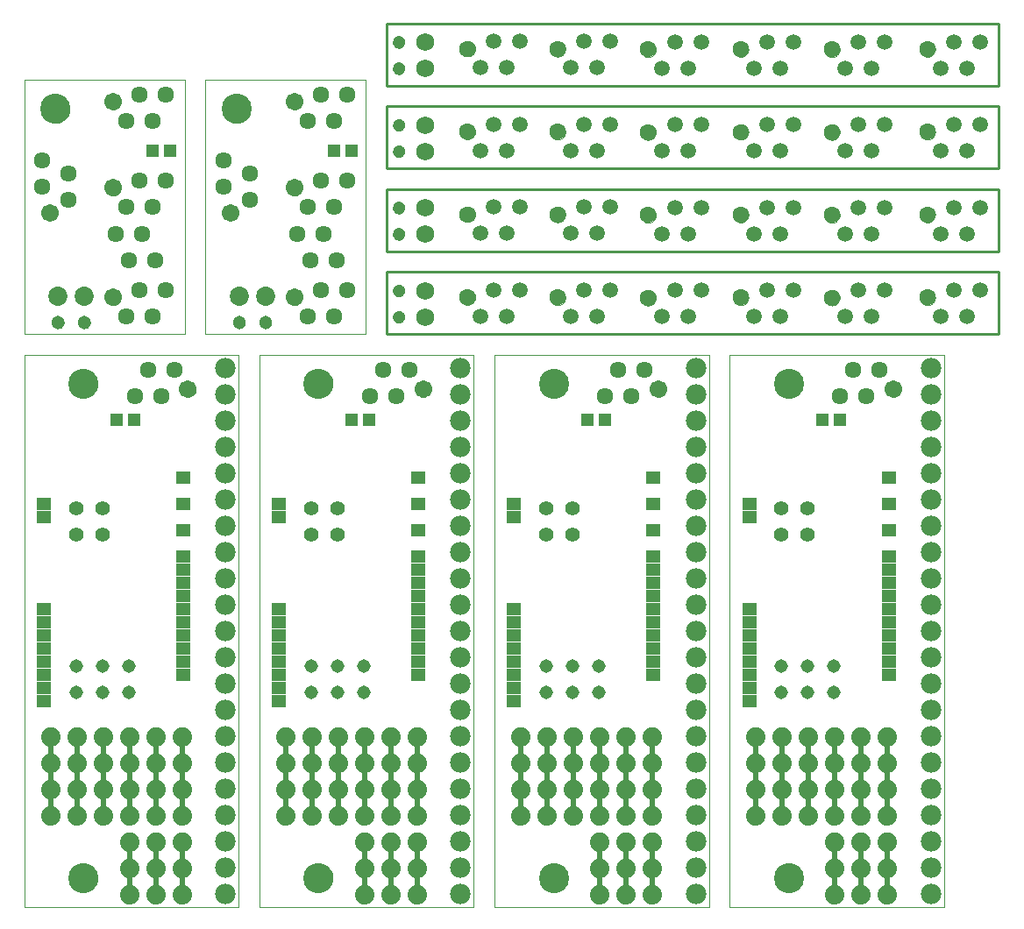
<source format=gts>
G75*
G70*
%OFA0B0*%
%FSLAX25Y25*%
%IPPOS*%
%LPD*%
%AMOC8*
5,1,8,0,0,1.08239X$1,22.5*
%
%ADD11C,0.06900*%
%ADD21C,0.07800*%
%ADD22C,0.06310*%
%ADD25C,0.05520*%
%ADD26C,0.01000*%
%ADD28C,0.05940*%
%ADD41C,0.07400*%
%ADD43C,0.05160*%
%ADD56C,0.06340*%
%ADD57C,0.11430*%
%ADD59C,0.06710*%
%ADD64C,0.04730*%
%ADD65C,0.00000*%
%ADD67C,0.05130*%
%ADD70C,0.07300*%
%ADD71R,0.02000X0.03000*%
%ADD73R,0.05520X0.04740*%
%ADD74R,0.04700X0.04800*%
X0010000Y0012000D02*
G75*
%LPD*%
D65*
X0091500Y0012000D02*
X0010000Y0012000D01*
X0010000Y0222000D01*
X0091500Y0222000D01*
X0091500Y0012000D01*
X0039700Y0151340D02*
X0039400Y0151360D01*
X0039100Y0151420D01*
X0038810Y0151510D01*
X0038540Y0151640D01*
X0038290Y0151810D01*
X0038060Y0152000D01*
X0037850Y0152230D01*
X0037680Y0152480D01*
X0037540Y0152740D01*
X0037440Y0153030D01*
X0037370Y0153320D01*
X0037340Y0153620D01*
X0037350Y0153930D01*
X0037400Y0154230D01*
X0037490Y0154520D01*
X0037610Y0154790D01*
X0037760Y0155050D01*
X0037950Y0155290D01*
X0038170Y0155500D01*
X0038410Y0155680D01*
X0038680Y0155830D01*
X0038960Y0155940D01*
X0039250Y0156020D01*
X0039550Y0156060D01*
X0039850Y0156060D01*
X0040150Y0156020D01*
X0040440Y0155940D01*
X0040720Y0155830D01*
X0040990Y0155680D01*
X0041230Y0155500D01*
X0041450Y0155290D01*
X0041640Y0155050D01*
X0041790Y0154790D01*
X0041910Y0154520D01*
X0042000Y0154230D01*
X0042050Y0153930D01*
X0042060Y0153620D01*
X0042030Y0153320D01*
X0041960Y0153030D01*
X0041860Y0152740D01*
X0041720Y0152480D01*
X0041550Y0152230D01*
X0041340Y0152000D01*
X0041110Y0151810D01*
X0040860Y0151640D01*
X0040590Y0151510D01*
X0040300Y0151420D01*
X0040000Y0151360D01*
X0039700Y0151340D01*
X0039700Y0161340D02*
X0039400Y0161360D01*
X0039100Y0161420D01*
X0038810Y0161510D01*
X0038540Y0161640D01*
X0038290Y0161810D01*
X0038060Y0162000D01*
X0037850Y0162230D01*
X0037680Y0162480D01*
X0037540Y0162740D01*
X0037440Y0163030D01*
X0037370Y0163320D01*
X0037340Y0163620D01*
X0037350Y0163930D01*
X0037400Y0164230D01*
X0037490Y0164520D01*
X0037610Y0164790D01*
X0037760Y0165050D01*
X0037950Y0165290D01*
X0038170Y0165500D01*
X0038410Y0165680D01*
X0038680Y0165830D01*
X0038960Y0165940D01*
X0039250Y0166020D01*
X0039550Y0166060D01*
X0039850Y0166060D01*
X0040150Y0166020D01*
X0040440Y0165940D01*
X0040720Y0165830D01*
X0040990Y0165680D01*
X0041230Y0165500D01*
X0041450Y0165290D01*
X0041640Y0165050D01*
X0041790Y0164790D01*
X0041910Y0164520D01*
X0042000Y0164230D01*
X0042050Y0163930D01*
X0042060Y0163620D01*
X0042030Y0163320D01*
X0041960Y0163030D01*
X0041860Y0162740D01*
X0041720Y0162480D01*
X0041550Y0162230D01*
X0041340Y0162000D01*
X0041110Y0161810D01*
X0040860Y0161640D01*
X0040590Y0161510D01*
X0040300Y0161420D01*
X0040000Y0161360D01*
X0039700Y0161340D01*
X0029700Y0161340D02*
X0029400Y0161360D01*
X0029100Y0161420D01*
X0028810Y0161510D01*
X0028540Y0161640D01*
X0028290Y0161810D01*
X0028060Y0162000D01*
X0027850Y0162230D01*
X0027680Y0162480D01*
X0027540Y0162740D01*
X0027440Y0163030D01*
X0027370Y0163320D01*
X0027340Y0163620D01*
X0027350Y0163930D01*
X0027400Y0164230D01*
X0027490Y0164520D01*
X0027610Y0164790D01*
X0027760Y0165050D01*
X0027950Y0165290D01*
X0028170Y0165500D01*
X0028410Y0165680D01*
X0028680Y0165830D01*
X0028960Y0165940D01*
X0029250Y0166020D01*
X0029550Y0166060D01*
X0029850Y0166060D01*
X0030150Y0166020D01*
X0030440Y0165940D01*
X0030720Y0165830D01*
X0030990Y0165680D01*
X0031230Y0165500D01*
X0031450Y0165290D01*
X0031640Y0165050D01*
X0031790Y0164790D01*
X0031910Y0164520D01*
X0032000Y0164230D01*
X0032050Y0163930D01*
X0032060Y0163620D01*
X0032030Y0163320D01*
X0031960Y0163030D01*
X0031860Y0162740D01*
X0031720Y0162480D01*
X0031550Y0162230D01*
X0031340Y0162000D01*
X0031110Y0161810D01*
X0030860Y0161640D01*
X0030590Y0161510D01*
X0030300Y0161420D01*
X0030000Y0161360D01*
X0029700Y0161340D01*
X0029700Y0151340D02*
X0029400Y0151360D01*
X0029100Y0151420D01*
X0028810Y0151510D01*
X0028540Y0151640D01*
X0028290Y0151810D01*
X0028060Y0152000D01*
X0027850Y0152230D01*
X0027680Y0152480D01*
X0027540Y0152740D01*
X0027440Y0153030D01*
X0027370Y0153320D01*
X0027340Y0153620D01*
X0027350Y0153930D01*
X0027400Y0154230D01*
X0027490Y0154520D01*
X0027610Y0154790D01*
X0027760Y0155050D01*
X0027950Y0155290D01*
X0028170Y0155500D01*
X0028410Y0155680D01*
X0028680Y0155830D01*
X0028960Y0155940D01*
X0029250Y0156020D01*
X0029550Y0156060D01*
X0029850Y0156060D01*
X0030150Y0156020D01*
X0030440Y0155940D01*
X0030720Y0155830D01*
X0030990Y0155680D01*
X0031230Y0155500D01*
X0031450Y0155290D01*
X0031640Y0155050D01*
X0031790Y0154790D01*
X0031910Y0154520D01*
X0032000Y0154230D01*
X0032050Y0153930D01*
X0032060Y0153620D01*
X0032030Y0153320D01*
X0031960Y0153030D01*
X0031860Y0152740D01*
X0031720Y0152480D01*
X0031550Y0152230D01*
X0031340Y0152000D01*
X0031110Y0151810D01*
X0030860Y0151640D01*
X0030590Y0151510D01*
X0030300Y0151420D01*
X0030000Y0151360D01*
X0029700Y0151340D01*
X0032500Y0205690D02*
X0032040Y0205710D01*
X0031590Y0205770D01*
X0031140Y0205870D01*
X0030710Y0206000D01*
X0030280Y0206170D01*
X0029880Y0206380D01*
X0029490Y0206620D01*
X0029130Y0206900D01*
X0028790Y0207210D01*
X0028470Y0207540D01*
X0028190Y0207900D01*
X0027940Y0208280D01*
X0027720Y0208680D01*
X0027540Y0209100D01*
X0027400Y0209530D01*
X0027290Y0209980D01*
X0027220Y0210430D01*
X0027190Y0210890D01*
X0027200Y0211340D01*
X0027250Y0211800D01*
X0027340Y0212250D01*
X0027460Y0212680D01*
X0027630Y0213110D01*
X0027830Y0213520D01*
X0028060Y0213910D01*
X0028330Y0214290D01*
X0028630Y0214630D01*
X0028950Y0214950D01*
X0029310Y0215240D01*
X0029680Y0215500D01*
X0030080Y0215730D01*
X0030490Y0215920D01*
X0030920Y0216070D01*
X0031370Y0216190D01*
X0031820Y0216270D01*
X0032270Y0216310D01*
X0032730Y0216310D01*
X0033180Y0216270D01*
X0033630Y0216190D01*
X0034080Y0216070D01*
X0034510Y0215920D01*
X0034920Y0215730D01*
X0035320Y0215500D01*
X0035690Y0215240D01*
X0036050Y0214950D01*
X0036370Y0214630D01*
X0036670Y0214290D01*
X0036940Y0213910D01*
X0037170Y0213520D01*
X0037370Y0213110D01*
X0037540Y0212680D01*
X0037660Y0212250D01*
X0037750Y0211800D01*
X0037800Y0211340D01*
X0037810Y0210890D01*
X0037780Y0210430D01*
X0037710Y0209980D01*
X0037600Y0209530D01*
X0037460Y0209100D01*
X0037280Y0208680D01*
X0037060Y0208280D01*
X0036810Y0207900D01*
X0036530Y0207540D01*
X0036210Y0207210D01*
X0035870Y0206900D01*
X0035510Y0206620D01*
X0035120Y0206380D01*
X0034720Y0206170D01*
X0034290Y0206000D01*
X0033860Y0205870D01*
X0033410Y0205770D01*
X0032960Y0205710D01*
X0032500Y0205690D01*
X0072200Y0205940D02*
X0071860Y0205960D01*
X0071520Y0206020D01*
X0071190Y0206120D01*
X0070880Y0206250D01*
X0070580Y0206430D01*
X0070300Y0206630D01*
X0070050Y0206870D01*
X0069830Y0207130D01*
X0069650Y0207410D01*
X0069490Y0207720D01*
X0069370Y0208040D01*
X0069290Y0208380D01*
X0069250Y0208720D01*
X0069250Y0209060D01*
X0069290Y0209400D01*
X0069370Y0209740D01*
X0069490Y0210060D01*
X0069650Y0210360D01*
X0069830Y0210650D01*
X0070050Y0210910D01*
X0070300Y0211150D01*
X0070580Y0211350D01*
X0070880Y0211530D01*
X0071190Y0211660D01*
X0071520Y0211760D01*
X0071860Y0211820D01*
X0072200Y0211840D01*
X0072540Y0211820D01*
X0072880Y0211760D01*
X0073210Y0211660D01*
X0073520Y0211530D01*
X0073820Y0211350D01*
X0074100Y0211150D01*
X0074350Y0210910D01*
X0074570Y0210650D01*
X0074750Y0210370D01*
X0074910Y0210060D01*
X0075030Y0209740D01*
X0075110Y0209400D01*
X0075150Y0209060D01*
X0075150Y0208720D01*
X0075110Y0208380D01*
X0075030Y0208040D01*
X0074910Y0207720D01*
X0074750Y0207410D01*
X0074570Y0207130D01*
X0074350Y0206870D01*
X0074100Y0206630D01*
X0073820Y0206430D01*
X0073520Y0206250D01*
X0073210Y0206120D01*
X0072880Y0206020D01*
X0072540Y0205960D01*
X0072200Y0205940D01*
X0032500Y0017690D02*
X0032040Y0017710D01*
X0031590Y0017770D01*
X0031140Y0017870D01*
X0030710Y0018000D01*
X0030280Y0018170D01*
X0029880Y0018380D01*
X0029490Y0018620D01*
X0029130Y0018900D01*
X0028790Y0019210D01*
X0028470Y0019540D01*
X0028190Y0019900D01*
X0027940Y0020280D01*
X0027720Y0020680D01*
X0027540Y0021100D01*
X0027400Y0021530D01*
X0027290Y0021980D01*
X0027220Y0022430D01*
X0027190Y0022890D01*
X0027200Y0023340D01*
X0027250Y0023800D01*
X0027340Y0024250D01*
X0027460Y0024680D01*
X0027630Y0025110D01*
X0027830Y0025520D01*
X0028060Y0025910D01*
X0028330Y0026290D01*
X0028630Y0026630D01*
X0028950Y0026950D01*
X0029310Y0027240D01*
X0029680Y0027500D01*
X0030080Y0027730D01*
X0030490Y0027920D01*
X0030920Y0028070D01*
X0031370Y0028190D01*
X0031820Y0028270D01*
X0032270Y0028310D01*
X0032730Y0028310D01*
X0033180Y0028270D01*
X0033630Y0028190D01*
X0034080Y0028070D01*
X0034510Y0027920D01*
X0034920Y0027730D01*
X0035320Y0027500D01*
X0035690Y0027240D01*
X0036050Y0026950D01*
X0036370Y0026630D01*
X0036670Y0026290D01*
X0036940Y0025910D01*
X0037170Y0025520D01*
X0037370Y0025110D01*
X0037540Y0024680D01*
X0037660Y0024250D01*
X0037750Y0023800D01*
X0037800Y0023340D01*
X0037810Y0022890D01*
X0037780Y0022430D01*
X0037710Y0021980D01*
X0037600Y0021530D01*
X0037460Y0021100D01*
X0037280Y0020680D01*
X0037060Y0020280D01*
X0036810Y0019900D01*
X0036530Y0019540D01*
X0036210Y0019210D01*
X0035870Y0018900D01*
X0035510Y0018620D01*
X0035120Y0018380D01*
X0034720Y0018170D01*
X0034290Y0018000D01*
X0033860Y0017870D01*
X0033410Y0017770D01*
X0032960Y0017710D01*
X0032500Y0017690D01*
D57*
X0032500Y0023000D03*
X0032500Y0211000D03*
D71*
X0030000Y0071500D03*
X0030000Y0061500D03*
X0030000Y0051500D03*
X0020000Y0051500D03*
X0020000Y0061500D03*
X0020000Y0071500D03*
X0040000Y0071500D03*
X0040000Y0061500D03*
X0040000Y0051500D03*
X0050000Y0051500D03*
X0050000Y0061500D03*
X0050000Y0071500D03*
X0060000Y0071500D03*
X0060000Y0061500D03*
X0060000Y0051500D03*
X0060000Y0031500D03*
X0060000Y0021500D03*
X0070000Y0021500D03*
X0070000Y0031500D03*
X0070000Y0051500D03*
X0070000Y0061500D03*
X0070000Y0071500D03*
X0050000Y0031500D03*
X0050000Y0021500D03*
D21*
X0086500Y0017000D03*
X0086500Y0027000D03*
X0086500Y0037000D03*
X0086500Y0047000D03*
X0086500Y0057000D03*
X0086500Y0067000D03*
X0086500Y0077000D03*
X0086500Y0087000D03*
X0086500Y0097000D03*
X0086500Y0107000D03*
X0086500Y0117000D03*
X0086500Y0127000D03*
X0086500Y0137000D03*
X0086500Y0147000D03*
X0086500Y0157000D03*
X0086500Y0167000D03*
X0086500Y0177000D03*
X0086500Y0187000D03*
X0086500Y0197000D03*
X0086500Y0207000D03*
X0086500Y0217000D03*
D73*
X0070480Y0175200D03*
X0070480Y0165200D03*
X0070480Y0155200D03*
X0070480Y0145200D03*
X0070480Y0140200D03*
X0070480Y0135200D03*
X0070480Y0130200D03*
X0070480Y0125200D03*
X0070480Y0120200D03*
X0070480Y0115200D03*
X0070480Y0110200D03*
X0070480Y0105200D03*
X0070480Y0100200D03*
X0017480Y0100200D03*
X0017480Y0095200D03*
X0017480Y0090200D03*
X0017480Y0105200D03*
X0017480Y0110200D03*
X0017480Y0115200D03*
X0017480Y0120200D03*
X0017480Y0125200D03*
X0017480Y0160200D03*
X0017480Y0165200D03*
D25*
X0029700Y0163700D03*
X0029700Y0153700D03*
X0039700Y0153700D03*
X0039700Y0163700D03*
D43*
X0039700Y0103700D03*
X0039700Y0093700D03*
X0029700Y0093700D03*
X0029700Y0103700D03*
X0049700Y0103700D03*
X0049700Y0093700D03*
D74*
X0051850Y0197300D03*
X0045160Y0197300D03*
D56*
X0052100Y0206100D03*
X0057100Y0216100D03*
X0062100Y0206100D03*
X0067100Y0216100D03*
D59*
X0072200Y0208890D03*
D41*
X0070000Y0076500D03*
X0070000Y0066500D03*
X0070000Y0056500D03*
X0070000Y0046500D03*
X0070000Y0036500D03*
X0070000Y0026500D03*
X0070000Y0016500D03*
X0060000Y0016500D03*
X0060000Y0026500D03*
X0060000Y0036500D03*
X0060000Y0046500D03*
X0060000Y0056500D03*
X0060000Y0066500D03*
X0060000Y0076500D03*
X0050000Y0076500D03*
X0050000Y0066500D03*
X0050000Y0056500D03*
X0050000Y0046500D03*
X0050000Y0036500D03*
X0050000Y0026500D03*
X0050000Y0016500D03*
X0040000Y0046500D03*
X0040000Y0056500D03*
X0040000Y0066500D03*
X0040000Y0076500D03*
X0030000Y0076500D03*
X0030000Y0066500D03*
X0030000Y0056500D03*
X0030000Y0046500D03*
X0020000Y0046500D03*
X0020000Y0056500D03*
X0020000Y0066500D03*
X0020000Y0076500D03*
X0099370Y0012000D02*
G75*
%LPD*%
D65*
X0180870Y0012000D02*
X0099370Y0012000D01*
X0099370Y0222000D01*
X0180870Y0222000D01*
X0180870Y0012000D01*
X0129070Y0151340D02*
X0128770Y0151360D01*
X0128470Y0151420D01*
X0128180Y0151510D01*
X0127910Y0151640D01*
X0127660Y0151810D01*
X0127430Y0152000D01*
X0127220Y0152230D01*
X0127050Y0152480D01*
X0126910Y0152740D01*
X0126810Y0153030D01*
X0126740Y0153320D01*
X0126710Y0153620D01*
X0126720Y0153930D01*
X0126770Y0154230D01*
X0126860Y0154520D01*
X0126980Y0154790D01*
X0127130Y0155050D01*
X0127320Y0155290D01*
X0127540Y0155500D01*
X0127780Y0155680D01*
X0128050Y0155830D01*
X0128330Y0155940D01*
X0128620Y0156020D01*
X0128920Y0156060D01*
X0129220Y0156060D01*
X0129520Y0156020D01*
X0129810Y0155940D01*
X0130090Y0155830D01*
X0130360Y0155680D01*
X0130600Y0155500D01*
X0130820Y0155290D01*
X0131010Y0155050D01*
X0131160Y0154790D01*
X0131280Y0154520D01*
X0131370Y0154230D01*
X0131420Y0153930D01*
X0131430Y0153620D01*
X0131400Y0153320D01*
X0131330Y0153030D01*
X0131230Y0152740D01*
X0131090Y0152480D01*
X0130920Y0152230D01*
X0130710Y0152000D01*
X0130480Y0151810D01*
X0130230Y0151640D01*
X0129960Y0151510D01*
X0129670Y0151420D01*
X0129370Y0151360D01*
X0129070Y0151340D01*
X0129070Y0161340D02*
X0128770Y0161360D01*
X0128470Y0161420D01*
X0128180Y0161510D01*
X0127910Y0161640D01*
X0127660Y0161810D01*
X0127430Y0162000D01*
X0127220Y0162230D01*
X0127050Y0162480D01*
X0126910Y0162740D01*
X0126810Y0163030D01*
X0126740Y0163320D01*
X0126710Y0163620D01*
X0126720Y0163930D01*
X0126770Y0164230D01*
X0126860Y0164520D01*
X0126980Y0164790D01*
X0127130Y0165050D01*
X0127320Y0165290D01*
X0127540Y0165500D01*
X0127780Y0165680D01*
X0128050Y0165830D01*
X0128330Y0165940D01*
X0128620Y0166020D01*
X0128920Y0166060D01*
X0129220Y0166060D01*
X0129520Y0166020D01*
X0129810Y0165940D01*
X0130090Y0165830D01*
X0130360Y0165680D01*
X0130600Y0165500D01*
X0130820Y0165290D01*
X0131010Y0165050D01*
X0131160Y0164790D01*
X0131280Y0164520D01*
X0131370Y0164230D01*
X0131420Y0163930D01*
X0131430Y0163620D01*
X0131400Y0163320D01*
X0131330Y0163030D01*
X0131230Y0162740D01*
X0131090Y0162480D01*
X0130920Y0162230D01*
X0130710Y0162000D01*
X0130480Y0161810D01*
X0130230Y0161640D01*
X0129960Y0161510D01*
X0129670Y0161420D01*
X0129370Y0161360D01*
X0129070Y0161340D01*
X0119070Y0161340D02*
X0118770Y0161360D01*
X0118470Y0161420D01*
X0118180Y0161510D01*
X0117910Y0161640D01*
X0117660Y0161810D01*
X0117430Y0162000D01*
X0117220Y0162230D01*
X0117050Y0162480D01*
X0116910Y0162740D01*
X0116810Y0163030D01*
X0116740Y0163320D01*
X0116710Y0163620D01*
X0116720Y0163930D01*
X0116770Y0164230D01*
X0116860Y0164520D01*
X0116980Y0164790D01*
X0117130Y0165050D01*
X0117320Y0165290D01*
X0117540Y0165500D01*
X0117780Y0165680D01*
X0118050Y0165830D01*
X0118330Y0165940D01*
X0118620Y0166020D01*
X0118920Y0166060D01*
X0119220Y0166060D01*
X0119520Y0166020D01*
X0119810Y0165940D01*
X0120090Y0165830D01*
X0120360Y0165680D01*
X0120600Y0165500D01*
X0120820Y0165290D01*
X0121010Y0165050D01*
X0121160Y0164790D01*
X0121280Y0164520D01*
X0121370Y0164230D01*
X0121420Y0163930D01*
X0121430Y0163620D01*
X0121400Y0163320D01*
X0121330Y0163030D01*
X0121230Y0162740D01*
X0121090Y0162480D01*
X0120920Y0162230D01*
X0120710Y0162000D01*
X0120480Y0161810D01*
X0120230Y0161640D01*
X0119960Y0161510D01*
X0119670Y0161420D01*
X0119370Y0161360D01*
X0119070Y0161340D01*
X0119070Y0151340D02*
X0118770Y0151360D01*
X0118470Y0151420D01*
X0118180Y0151510D01*
X0117910Y0151640D01*
X0117660Y0151810D01*
X0117430Y0152000D01*
X0117220Y0152230D01*
X0117050Y0152480D01*
X0116910Y0152740D01*
X0116810Y0153030D01*
X0116740Y0153320D01*
X0116710Y0153620D01*
X0116720Y0153930D01*
X0116770Y0154230D01*
X0116860Y0154520D01*
X0116980Y0154790D01*
X0117130Y0155050D01*
X0117320Y0155290D01*
X0117540Y0155500D01*
X0117780Y0155680D01*
X0118050Y0155830D01*
X0118330Y0155940D01*
X0118620Y0156020D01*
X0118920Y0156060D01*
X0119220Y0156060D01*
X0119520Y0156020D01*
X0119810Y0155940D01*
X0120090Y0155830D01*
X0120360Y0155680D01*
X0120600Y0155500D01*
X0120820Y0155290D01*
X0121010Y0155050D01*
X0121160Y0154790D01*
X0121280Y0154520D01*
X0121370Y0154230D01*
X0121420Y0153930D01*
X0121430Y0153620D01*
X0121400Y0153320D01*
X0121330Y0153030D01*
X0121230Y0152740D01*
X0121090Y0152480D01*
X0120920Y0152230D01*
X0120710Y0152000D01*
X0120480Y0151810D01*
X0120230Y0151640D01*
X0119960Y0151510D01*
X0119670Y0151420D01*
X0119370Y0151360D01*
X0119070Y0151340D01*
X0121870Y0205690D02*
X0121410Y0205710D01*
X0120960Y0205770D01*
X0120510Y0205870D01*
X0120080Y0206000D01*
X0119650Y0206170D01*
X0119250Y0206380D01*
X0118860Y0206620D01*
X0118500Y0206900D01*
X0118160Y0207210D01*
X0117840Y0207540D01*
X0117560Y0207900D01*
X0117310Y0208280D01*
X0117090Y0208680D01*
X0116910Y0209100D01*
X0116770Y0209530D01*
X0116660Y0209980D01*
X0116590Y0210430D01*
X0116560Y0210890D01*
X0116570Y0211340D01*
X0116620Y0211800D01*
X0116710Y0212250D01*
X0116830Y0212680D01*
X0117000Y0213110D01*
X0117200Y0213520D01*
X0117430Y0213910D01*
X0117700Y0214290D01*
X0118000Y0214630D01*
X0118320Y0214950D01*
X0118680Y0215240D01*
X0119050Y0215500D01*
X0119450Y0215730D01*
X0119860Y0215920D01*
X0120290Y0216070D01*
X0120740Y0216190D01*
X0121190Y0216270D01*
X0121640Y0216310D01*
X0122100Y0216310D01*
X0122550Y0216270D01*
X0123000Y0216190D01*
X0123450Y0216070D01*
X0123880Y0215920D01*
X0124290Y0215730D01*
X0124690Y0215500D01*
X0125060Y0215240D01*
X0125420Y0214950D01*
X0125740Y0214630D01*
X0126040Y0214290D01*
X0126310Y0213910D01*
X0126540Y0213520D01*
X0126740Y0213110D01*
X0126910Y0212680D01*
X0127030Y0212250D01*
X0127120Y0211800D01*
X0127170Y0211340D01*
X0127180Y0210890D01*
X0127150Y0210430D01*
X0127080Y0209980D01*
X0126970Y0209530D01*
X0126830Y0209100D01*
X0126650Y0208680D01*
X0126430Y0208280D01*
X0126180Y0207900D01*
X0125900Y0207540D01*
X0125580Y0207210D01*
X0125240Y0206900D01*
X0124880Y0206620D01*
X0124490Y0206380D01*
X0124090Y0206170D01*
X0123660Y0206000D01*
X0123230Y0205870D01*
X0122780Y0205770D01*
X0122330Y0205710D01*
X0121870Y0205690D01*
X0161570Y0205940D02*
X0161230Y0205960D01*
X0160890Y0206020D01*
X0160560Y0206120D01*
X0160250Y0206250D01*
X0159950Y0206430D01*
X0159670Y0206630D01*
X0159420Y0206870D01*
X0159200Y0207130D01*
X0159020Y0207410D01*
X0158860Y0207720D01*
X0158740Y0208040D01*
X0158660Y0208380D01*
X0158620Y0208720D01*
X0158620Y0209060D01*
X0158660Y0209400D01*
X0158740Y0209740D01*
X0158860Y0210060D01*
X0159020Y0210360D01*
X0159200Y0210650D01*
X0159420Y0210910D01*
X0159670Y0211150D01*
X0159950Y0211350D01*
X0160250Y0211530D01*
X0160560Y0211660D01*
X0160890Y0211760D01*
X0161230Y0211820D01*
X0161570Y0211840D01*
X0161910Y0211820D01*
X0162250Y0211760D01*
X0162580Y0211660D01*
X0162890Y0211530D01*
X0163190Y0211350D01*
X0163470Y0211150D01*
X0163720Y0210910D01*
X0163940Y0210650D01*
X0164120Y0210370D01*
X0164280Y0210060D01*
X0164400Y0209740D01*
X0164480Y0209400D01*
X0164520Y0209060D01*
X0164520Y0208720D01*
X0164480Y0208380D01*
X0164400Y0208040D01*
X0164280Y0207720D01*
X0164120Y0207410D01*
X0163940Y0207130D01*
X0163720Y0206870D01*
X0163470Y0206630D01*
X0163190Y0206430D01*
X0162890Y0206250D01*
X0162580Y0206120D01*
X0162250Y0206020D01*
X0161910Y0205960D01*
X0161570Y0205940D01*
X0121870Y0017690D02*
X0121410Y0017710D01*
X0120960Y0017770D01*
X0120510Y0017870D01*
X0120080Y0018000D01*
X0119650Y0018170D01*
X0119250Y0018380D01*
X0118860Y0018620D01*
X0118500Y0018900D01*
X0118160Y0019210D01*
X0117840Y0019540D01*
X0117560Y0019900D01*
X0117310Y0020280D01*
X0117090Y0020680D01*
X0116910Y0021100D01*
X0116770Y0021530D01*
X0116660Y0021980D01*
X0116590Y0022430D01*
X0116560Y0022890D01*
X0116570Y0023340D01*
X0116620Y0023800D01*
X0116710Y0024250D01*
X0116830Y0024680D01*
X0117000Y0025110D01*
X0117200Y0025520D01*
X0117430Y0025910D01*
X0117700Y0026290D01*
X0118000Y0026630D01*
X0118320Y0026950D01*
X0118680Y0027240D01*
X0119050Y0027500D01*
X0119450Y0027730D01*
X0119860Y0027920D01*
X0120290Y0028070D01*
X0120740Y0028190D01*
X0121190Y0028270D01*
X0121640Y0028310D01*
X0122100Y0028310D01*
X0122550Y0028270D01*
X0123000Y0028190D01*
X0123450Y0028070D01*
X0123880Y0027920D01*
X0124290Y0027730D01*
X0124690Y0027500D01*
X0125060Y0027240D01*
X0125420Y0026950D01*
X0125740Y0026630D01*
X0126040Y0026290D01*
X0126310Y0025910D01*
X0126540Y0025520D01*
X0126740Y0025110D01*
X0126910Y0024680D01*
X0127030Y0024250D01*
X0127120Y0023800D01*
X0127170Y0023340D01*
X0127180Y0022890D01*
X0127150Y0022430D01*
X0127080Y0021980D01*
X0126970Y0021530D01*
X0126830Y0021100D01*
X0126650Y0020680D01*
X0126430Y0020280D01*
X0126180Y0019900D01*
X0125900Y0019540D01*
X0125580Y0019210D01*
X0125240Y0018900D01*
X0124880Y0018620D01*
X0124490Y0018380D01*
X0124090Y0018170D01*
X0123660Y0018000D01*
X0123230Y0017870D01*
X0122780Y0017770D01*
X0122330Y0017710D01*
X0121870Y0017690D01*
D57*
X0121870Y0023000D03*
X0121870Y0211000D03*
D71*
X0119370Y0071500D03*
X0119370Y0061500D03*
X0119370Y0051500D03*
X0109370Y0051500D03*
X0109370Y0061500D03*
X0109370Y0071500D03*
X0129370Y0071500D03*
X0129370Y0061500D03*
X0129370Y0051500D03*
X0139370Y0051500D03*
X0139370Y0061500D03*
X0139370Y0071500D03*
X0149370Y0071500D03*
X0149370Y0061500D03*
X0149370Y0051500D03*
X0149370Y0031500D03*
X0149370Y0021500D03*
X0159370Y0021500D03*
X0159370Y0031500D03*
X0159370Y0051500D03*
X0159370Y0061500D03*
X0159370Y0071500D03*
X0139370Y0031500D03*
X0139370Y0021500D03*
D21*
X0175870Y0017000D03*
X0175870Y0027000D03*
X0175870Y0037000D03*
X0175870Y0047000D03*
X0175870Y0057000D03*
X0175870Y0067000D03*
X0175870Y0077000D03*
X0175870Y0087000D03*
X0175870Y0097000D03*
X0175870Y0107000D03*
X0175870Y0117000D03*
X0175870Y0127000D03*
X0175870Y0137000D03*
X0175870Y0147000D03*
X0175870Y0157000D03*
X0175870Y0167000D03*
X0175870Y0177000D03*
X0175870Y0187000D03*
X0175870Y0197000D03*
X0175870Y0207000D03*
X0175870Y0217000D03*
D73*
X0159850Y0175200D03*
X0159850Y0165200D03*
X0159850Y0155200D03*
X0159850Y0145200D03*
X0159850Y0140200D03*
X0159850Y0135200D03*
X0159850Y0130200D03*
X0159850Y0125200D03*
X0159850Y0120200D03*
X0159850Y0115200D03*
X0159850Y0110200D03*
X0159850Y0105200D03*
X0159850Y0100200D03*
X0106850Y0100200D03*
X0106850Y0095200D03*
X0106850Y0090200D03*
X0106850Y0105200D03*
X0106850Y0110200D03*
X0106850Y0115200D03*
X0106850Y0120200D03*
X0106850Y0125200D03*
X0106850Y0160200D03*
X0106850Y0165200D03*
D25*
X0119070Y0163700D03*
X0119070Y0153700D03*
X0129070Y0153700D03*
X0129070Y0163700D03*
D43*
X0129070Y0103700D03*
X0129070Y0093700D03*
X0119070Y0093700D03*
X0119070Y0103700D03*
X0139070Y0103700D03*
X0139070Y0093700D03*
D74*
X0141220Y0197300D03*
X0134530Y0197300D03*
D56*
X0141470Y0206100D03*
X0146470Y0216100D03*
X0151470Y0206100D03*
X0156470Y0216100D03*
D59*
X0161570Y0208890D03*
D41*
X0159370Y0076500D03*
X0159370Y0066500D03*
X0159370Y0056500D03*
X0159370Y0046500D03*
X0159370Y0036500D03*
X0159370Y0026500D03*
X0159370Y0016500D03*
X0149370Y0016500D03*
X0149370Y0026500D03*
X0149370Y0036500D03*
X0149370Y0046500D03*
X0149370Y0056500D03*
X0149370Y0066500D03*
X0149370Y0076500D03*
X0139370Y0076500D03*
X0139370Y0066500D03*
X0139370Y0056500D03*
X0139370Y0046500D03*
X0139370Y0036500D03*
X0139370Y0026500D03*
X0139370Y0016500D03*
X0129370Y0046500D03*
X0129370Y0056500D03*
X0129370Y0066500D03*
X0129370Y0076500D03*
X0119370Y0076500D03*
X0119370Y0066500D03*
X0119370Y0056500D03*
X0119370Y0046500D03*
X0109370Y0046500D03*
X0109370Y0056500D03*
X0109370Y0066500D03*
X0109370Y0076500D03*
X0188740Y0012000D02*
G75*
%LPD*%
D65*
X0270240Y0012000D02*
X0188740Y0012000D01*
X0188740Y0222000D01*
X0270240Y0222000D01*
X0270240Y0012000D01*
X0218440Y0151340D02*
X0218140Y0151360D01*
X0217840Y0151420D01*
X0217550Y0151510D01*
X0217280Y0151640D01*
X0217030Y0151810D01*
X0216800Y0152000D01*
X0216590Y0152230D01*
X0216420Y0152480D01*
X0216280Y0152740D01*
X0216180Y0153030D01*
X0216110Y0153320D01*
X0216080Y0153620D01*
X0216090Y0153930D01*
X0216140Y0154230D01*
X0216230Y0154520D01*
X0216350Y0154790D01*
X0216500Y0155050D01*
X0216690Y0155290D01*
X0216910Y0155500D01*
X0217150Y0155680D01*
X0217420Y0155830D01*
X0217700Y0155940D01*
X0217990Y0156020D01*
X0218290Y0156060D01*
X0218590Y0156060D01*
X0218890Y0156020D01*
X0219180Y0155940D01*
X0219460Y0155830D01*
X0219730Y0155680D01*
X0219970Y0155500D01*
X0220190Y0155290D01*
X0220380Y0155050D01*
X0220530Y0154790D01*
X0220650Y0154520D01*
X0220740Y0154230D01*
X0220790Y0153930D01*
X0220800Y0153620D01*
X0220770Y0153320D01*
X0220700Y0153030D01*
X0220600Y0152740D01*
X0220460Y0152480D01*
X0220290Y0152230D01*
X0220080Y0152000D01*
X0219850Y0151810D01*
X0219600Y0151640D01*
X0219330Y0151510D01*
X0219040Y0151420D01*
X0218740Y0151360D01*
X0218440Y0151340D01*
X0218440Y0161340D02*
X0218140Y0161360D01*
X0217840Y0161420D01*
X0217550Y0161510D01*
X0217280Y0161640D01*
X0217030Y0161810D01*
X0216800Y0162000D01*
X0216590Y0162230D01*
X0216420Y0162480D01*
X0216280Y0162740D01*
X0216180Y0163030D01*
X0216110Y0163320D01*
X0216080Y0163620D01*
X0216090Y0163930D01*
X0216140Y0164230D01*
X0216230Y0164520D01*
X0216350Y0164790D01*
X0216500Y0165050D01*
X0216690Y0165290D01*
X0216910Y0165500D01*
X0217150Y0165680D01*
X0217420Y0165830D01*
X0217700Y0165940D01*
X0217990Y0166020D01*
X0218290Y0166060D01*
X0218590Y0166060D01*
X0218890Y0166020D01*
X0219180Y0165940D01*
X0219460Y0165830D01*
X0219730Y0165680D01*
X0219970Y0165500D01*
X0220190Y0165290D01*
X0220380Y0165050D01*
X0220530Y0164790D01*
X0220650Y0164520D01*
X0220740Y0164230D01*
X0220790Y0163930D01*
X0220800Y0163620D01*
X0220770Y0163320D01*
X0220700Y0163030D01*
X0220600Y0162740D01*
X0220460Y0162480D01*
X0220290Y0162230D01*
X0220080Y0162000D01*
X0219850Y0161810D01*
X0219600Y0161640D01*
X0219330Y0161510D01*
X0219040Y0161420D01*
X0218740Y0161360D01*
X0218440Y0161340D01*
X0208440Y0161340D02*
X0208140Y0161360D01*
X0207840Y0161420D01*
X0207550Y0161510D01*
X0207280Y0161640D01*
X0207030Y0161810D01*
X0206800Y0162000D01*
X0206590Y0162230D01*
X0206420Y0162480D01*
X0206280Y0162740D01*
X0206180Y0163030D01*
X0206110Y0163320D01*
X0206080Y0163620D01*
X0206090Y0163930D01*
X0206140Y0164230D01*
X0206230Y0164520D01*
X0206350Y0164790D01*
X0206500Y0165050D01*
X0206690Y0165290D01*
X0206910Y0165500D01*
X0207150Y0165680D01*
X0207420Y0165830D01*
X0207700Y0165940D01*
X0207990Y0166020D01*
X0208290Y0166060D01*
X0208590Y0166060D01*
X0208890Y0166020D01*
X0209180Y0165940D01*
X0209460Y0165830D01*
X0209730Y0165680D01*
X0209970Y0165500D01*
X0210190Y0165290D01*
X0210380Y0165050D01*
X0210530Y0164790D01*
X0210650Y0164520D01*
X0210740Y0164230D01*
X0210790Y0163930D01*
X0210800Y0163620D01*
X0210770Y0163320D01*
X0210700Y0163030D01*
X0210600Y0162740D01*
X0210460Y0162480D01*
X0210290Y0162230D01*
X0210080Y0162000D01*
X0209850Y0161810D01*
X0209600Y0161640D01*
X0209330Y0161510D01*
X0209040Y0161420D01*
X0208740Y0161360D01*
X0208440Y0161340D01*
X0208440Y0151340D02*
X0208140Y0151360D01*
X0207840Y0151420D01*
X0207550Y0151510D01*
X0207280Y0151640D01*
X0207030Y0151810D01*
X0206800Y0152000D01*
X0206590Y0152230D01*
X0206420Y0152480D01*
X0206280Y0152740D01*
X0206180Y0153030D01*
X0206110Y0153320D01*
X0206080Y0153620D01*
X0206090Y0153930D01*
X0206140Y0154230D01*
X0206230Y0154520D01*
X0206350Y0154790D01*
X0206500Y0155050D01*
X0206690Y0155290D01*
X0206910Y0155500D01*
X0207150Y0155680D01*
X0207420Y0155830D01*
X0207700Y0155940D01*
X0207990Y0156020D01*
X0208290Y0156060D01*
X0208590Y0156060D01*
X0208890Y0156020D01*
X0209180Y0155940D01*
X0209460Y0155830D01*
X0209730Y0155680D01*
X0209970Y0155500D01*
X0210190Y0155290D01*
X0210380Y0155050D01*
X0210530Y0154790D01*
X0210650Y0154520D01*
X0210740Y0154230D01*
X0210790Y0153930D01*
X0210800Y0153620D01*
X0210770Y0153320D01*
X0210700Y0153030D01*
X0210600Y0152740D01*
X0210460Y0152480D01*
X0210290Y0152230D01*
X0210080Y0152000D01*
X0209850Y0151810D01*
X0209600Y0151640D01*
X0209330Y0151510D01*
X0209040Y0151420D01*
X0208740Y0151360D01*
X0208440Y0151340D01*
X0211240Y0205690D02*
X0210780Y0205710D01*
X0210330Y0205770D01*
X0209880Y0205870D01*
X0209450Y0206000D01*
X0209020Y0206170D01*
X0208620Y0206380D01*
X0208230Y0206620D01*
X0207870Y0206900D01*
X0207530Y0207210D01*
X0207210Y0207540D01*
X0206930Y0207900D01*
X0206680Y0208280D01*
X0206460Y0208680D01*
X0206280Y0209100D01*
X0206140Y0209530D01*
X0206030Y0209980D01*
X0205960Y0210430D01*
X0205930Y0210890D01*
X0205940Y0211340D01*
X0205990Y0211800D01*
X0206080Y0212250D01*
X0206200Y0212680D01*
X0206370Y0213110D01*
X0206570Y0213520D01*
X0206800Y0213910D01*
X0207070Y0214290D01*
X0207370Y0214630D01*
X0207690Y0214950D01*
X0208050Y0215240D01*
X0208420Y0215500D01*
X0208820Y0215730D01*
X0209230Y0215920D01*
X0209660Y0216070D01*
X0210110Y0216190D01*
X0210560Y0216270D01*
X0211010Y0216310D01*
X0211470Y0216310D01*
X0211920Y0216270D01*
X0212370Y0216190D01*
X0212820Y0216070D01*
X0213250Y0215920D01*
X0213660Y0215730D01*
X0214060Y0215500D01*
X0214430Y0215240D01*
X0214790Y0214950D01*
X0215110Y0214630D01*
X0215410Y0214290D01*
X0215680Y0213910D01*
X0215910Y0213520D01*
X0216110Y0213110D01*
X0216280Y0212680D01*
X0216400Y0212250D01*
X0216490Y0211800D01*
X0216540Y0211340D01*
X0216550Y0210890D01*
X0216520Y0210430D01*
X0216450Y0209980D01*
X0216340Y0209530D01*
X0216200Y0209100D01*
X0216020Y0208680D01*
X0215800Y0208280D01*
X0215550Y0207900D01*
X0215270Y0207540D01*
X0214950Y0207210D01*
X0214610Y0206900D01*
X0214250Y0206620D01*
X0213860Y0206380D01*
X0213460Y0206170D01*
X0213030Y0206000D01*
X0212600Y0205870D01*
X0212150Y0205770D01*
X0211700Y0205710D01*
X0211240Y0205690D01*
X0250940Y0205940D02*
X0250600Y0205960D01*
X0250260Y0206020D01*
X0249930Y0206120D01*
X0249620Y0206250D01*
X0249320Y0206430D01*
X0249040Y0206630D01*
X0248790Y0206870D01*
X0248570Y0207130D01*
X0248390Y0207410D01*
X0248230Y0207720D01*
X0248110Y0208040D01*
X0248030Y0208380D01*
X0247990Y0208720D01*
X0247990Y0209060D01*
X0248030Y0209400D01*
X0248110Y0209740D01*
X0248230Y0210060D01*
X0248390Y0210360D01*
X0248570Y0210650D01*
X0248790Y0210910D01*
X0249040Y0211150D01*
X0249320Y0211350D01*
X0249620Y0211530D01*
X0249930Y0211660D01*
X0250260Y0211760D01*
X0250600Y0211820D01*
X0250940Y0211840D01*
X0251280Y0211820D01*
X0251620Y0211760D01*
X0251950Y0211660D01*
X0252260Y0211530D01*
X0252560Y0211350D01*
X0252840Y0211150D01*
X0253090Y0210910D01*
X0253310Y0210650D01*
X0253490Y0210370D01*
X0253650Y0210060D01*
X0253770Y0209740D01*
X0253850Y0209400D01*
X0253890Y0209060D01*
X0253890Y0208720D01*
X0253850Y0208380D01*
X0253770Y0208040D01*
X0253650Y0207720D01*
X0253490Y0207410D01*
X0253310Y0207130D01*
X0253090Y0206870D01*
X0252840Y0206630D01*
X0252560Y0206430D01*
X0252260Y0206250D01*
X0251950Y0206120D01*
X0251620Y0206020D01*
X0251280Y0205960D01*
X0250940Y0205940D01*
X0211240Y0017690D02*
X0210780Y0017710D01*
X0210330Y0017770D01*
X0209880Y0017870D01*
X0209450Y0018000D01*
X0209020Y0018170D01*
X0208620Y0018380D01*
X0208230Y0018620D01*
X0207870Y0018900D01*
X0207530Y0019210D01*
X0207210Y0019540D01*
X0206930Y0019900D01*
X0206680Y0020280D01*
X0206460Y0020680D01*
X0206280Y0021100D01*
X0206140Y0021530D01*
X0206030Y0021980D01*
X0205960Y0022430D01*
X0205930Y0022890D01*
X0205940Y0023340D01*
X0205990Y0023800D01*
X0206080Y0024250D01*
X0206200Y0024680D01*
X0206370Y0025110D01*
X0206570Y0025520D01*
X0206800Y0025910D01*
X0207070Y0026290D01*
X0207370Y0026630D01*
X0207690Y0026950D01*
X0208050Y0027240D01*
X0208420Y0027500D01*
X0208820Y0027730D01*
X0209230Y0027920D01*
X0209660Y0028070D01*
X0210110Y0028190D01*
X0210560Y0028270D01*
X0211010Y0028310D01*
X0211470Y0028310D01*
X0211920Y0028270D01*
X0212370Y0028190D01*
X0212820Y0028070D01*
X0213250Y0027920D01*
X0213660Y0027730D01*
X0214060Y0027500D01*
X0214430Y0027240D01*
X0214790Y0026950D01*
X0215110Y0026630D01*
X0215410Y0026290D01*
X0215680Y0025910D01*
X0215910Y0025520D01*
X0216110Y0025110D01*
X0216280Y0024680D01*
X0216400Y0024250D01*
X0216490Y0023800D01*
X0216540Y0023340D01*
X0216550Y0022890D01*
X0216520Y0022430D01*
X0216450Y0021980D01*
X0216340Y0021530D01*
X0216200Y0021100D01*
X0216020Y0020680D01*
X0215800Y0020280D01*
X0215550Y0019900D01*
X0215270Y0019540D01*
X0214950Y0019210D01*
X0214610Y0018900D01*
X0214250Y0018620D01*
X0213860Y0018380D01*
X0213460Y0018170D01*
X0213030Y0018000D01*
X0212600Y0017870D01*
X0212150Y0017770D01*
X0211700Y0017710D01*
X0211240Y0017690D01*
D57*
X0211240Y0023000D03*
X0211240Y0211000D03*
D71*
X0208740Y0071500D03*
X0208740Y0061500D03*
X0208740Y0051500D03*
X0198740Y0051500D03*
X0198740Y0061500D03*
X0198740Y0071500D03*
X0218740Y0071500D03*
X0218740Y0061500D03*
X0218740Y0051500D03*
X0228740Y0051500D03*
X0228740Y0061500D03*
X0228740Y0071500D03*
X0238740Y0071500D03*
X0238740Y0061500D03*
X0238740Y0051500D03*
X0238740Y0031500D03*
X0238740Y0021500D03*
X0248740Y0021500D03*
X0248740Y0031500D03*
X0248740Y0051500D03*
X0248740Y0061500D03*
X0248740Y0071500D03*
X0228740Y0031500D03*
X0228740Y0021500D03*
D21*
X0265240Y0017000D03*
X0265240Y0027000D03*
X0265240Y0037000D03*
X0265240Y0047000D03*
X0265240Y0057000D03*
X0265240Y0067000D03*
X0265240Y0077000D03*
X0265240Y0087000D03*
X0265240Y0097000D03*
X0265240Y0107000D03*
X0265240Y0117000D03*
X0265240Y0127000D03*
X0265240Y0137000D03*
X0265240Y0147000D03*
X0265240Y0157000D03*
X0265240Y0167000D03*
X0265240Y0177000D03*
X0265240Y0187000D03*
X0265240Y0197000D03*
X0265240Y0207000D03*
X0265240Y0217000D03*
D73*
X0249220Y0175200D03*
X0249220Y0165200D03*
X0249220Y0155200D03*
X0249220Y0145200D03*
X0249220Y0140200D03*
X0249220Y0135200D03*
X0249220Y0130200D03*
X0249220Y0125200D03*
X0249220Y0120200D03*
X0249220Y0115200D03*
X0249220Y0110200D03*
X0249220Y0105200D03*
X0249220Y0100200D03*
X0196220Y0100200D03*
X0196220Y0095200D03*
X0196220Y0090200D03*
X0196220Y0105200D03*
X0196220Y0110200D03*
X0196220Y0115200D03*
X0196220Y0120200D03*
X0196220Y0125200D03*
X0196220Y0160200D03*
X0196220Y0165200D03*
D25*
X0208440Y0163700D03*
X0208440Y0153700D03*
X0218440Y0153700D03*
X0218440Y0163700D03*
D43*
X0218440Y0103700D03*
X0218440Y0093700D03*
X0208440Y0093700D03*
X0208440Y0103700D03*
X0228440Y0103700D03*
X0228440Y0093700D03*
D74*
X0230590Y0197300D03*
X0223900Y0197300D03*
D56*
X0230840Y0206100D03*
X0235840Y0216100D03*
X0240840Y0206100D03*
X0245840Y0216100D03*
D59*
X0250940Y0208890D03*
D41*
X0248740Y0076500D03*
X0248740Y0066500D03*
X0248740Y0056500D03*
X0248740Y0046500D03*
X0248740Y0036500D03*
X0248740Y0026500D03*
X0248740Y0016500D03*
X0238740Y0016500D03*
X0238740Y0026500D03*
X0238740Y0036500D03*
X0238740Y0046500D03*
X0238740Y0056500D03*
X0238740Y0066500D03*
X0238740Y0076500D03*
X0228740Y0076500D03*
X0228740Y0066500D03*
X0228740Y0056500D03*
X0228740Y0046500D03*
X0228740Y0036500D03*
X0228740Y0026500D03*
X0228740Y0016500D03*
X0218740Y0046500D03*
X0218740Y0056500D03*
X0218740Y0066500D03*
X0218740Y0076500D03*
X0208740Y0076500D03*
X0208740Y0066500D03*
X0208740Y0056500D03*
X0208740Y0046500D03*
X0198740Y0046500D03*
X0198740Y0056500D03*
X0198740Y0066500D03*
X0198740Y0076500D03*
X0278110Y0012000D02*
G75*
%LPD*%
D65*
X0359610Y0012000D02*
X0278110Y0012000D01*
X0278110Y0222000D01*
X0359610Y0222000D01*
X0359610Y0012000D01*
X0307810Y0151340D02*
X0307510Y0151360D01*
X0307210Y0151420D01*
X0306920Y0151510D01*
X0306650Y0151640D01*
X0306400Y0151810D01*
X0306170Y0152000D01*
X0305960Y0152230D01*
X0305790Y0152480D01*
X0305650Y0152740D01*
X0305550Y0153030D01*
X0305480Y0153320D01*
X0305450Y0153620D01*
X0305460Y0153930D01*
X0305510Y0154230D01*
X0305600Y0154520D01*
X0305720Y0154790D01*
X0305870Y0155050D01*
X0306060Y0155290D01*
X0306280Y0155500D01*
X0306520Y0155680D01*
X0306790Y0155830D01*
X0307070Y0155940D01*
X0307360Y0156020D01*
X0307660Y0156060D01*
X0307960Y0156060D01*
X0308260Y0156020D01*
X0308550Y0155940D01*
X0308830Y0155830D01*
X0309100Y0155680D01*
X0309340Y0155500D01*
X0309560Y0155290D01*
X0309750Y0155050D01*
X0309900Y0154790D01*
X0310020Y0154520D01*
X0310110Y0154230D01*
X0310160Y0153930D01*
X0310170Y0153620D01*
X0310140Y0153320D01*
X0310070Y0153030D01*
X0309970Y0152740D01*
X0309830Y0152480D01*
X0309660Y0152230D01*
X0309450Y0152000D01*
X0309220Y0151810D01*
X0308970Y0151640D01*
X0308700Y0151510D01*
X0308410Y0151420D01*
X0308110Y0151360D01*
X0307810Y0151340D01*
X0307810Y0161340D02*
X0307510Y0161360D01*
X0307210Y0161420D01*
X0306920Y0161510D01*
X0306650Y0161640D01*
X0306400Y0161810D01*
X0306170Y0162000D01*
X0305960Y0162230D01*
X0305790Y0162480D01*
X0305650Y0162740D01*
X0305550Y0163030D01*
X0305480Y0163320D01*
X0305450Y0163620D01*
X0305460Y0163930D01*
X0305510Y0164230D01*
X0305600Y0164520D01*
X0305720Y0164790D01*
X0305870Y0165050D01*
X0306060Y0165290D01*
X0306280Y0165500D01*
X0306520Y0165680D01*
X0306790Y0165830D01*
X0307070Y0165940D01*
X0307360Y0166020D01*
X0307660Y0166060D01*
X0307960Y0166060D01*
X0308260Y0166020D01*
X0308550Y0165940D01*
X0308830Y0165830D01*
X0309100Y0165680D01*
X0309340Y0165500D01*
X0309560Y0165290D01*
X0309750Y0165050D01*
X0309900Y0164790D01*
X0310020Y0164520D01*
X0310110Y0164230D01*
X0310160Y0163930D01*
X0310170Y0163620D01*
X0310140Y0163320D01*
X0310070Y0163030D01*
X0309970Y0162740D01*
X0309830Y0162480D01*
X0309660Y0162230D01*
X0309450Y0162000D01*
X0309220Y0161810D01*
X0308970Y0161640D01*
X0308700Y0161510D01*
X0308410Y0161420D01*
X0308110Y0161360D01*
X0307810Y0161340D01*
X0297810Y0161340D02*
X0297510Y0161360D01*
X0297210Y0161420D01*
X0296920Y0161510D01*
X0296650Y0161640D01*
X0296400Y0161810D01*
X0296170Y0162000D01*
X0295960Y0162230D01*
X0295790Y0162480D01*
X0295650Y0162740D01*
X0295550Y0163030D01*
X0295480Y0163320D01*
X0295450Y0163620D01*
X0295460Y0163930D01*
X0295510Y0164230D01*
X0295600Y0164520D01*
X0295720Y0164790D01*
X0295870Y0165050D01*
X0296060Y0165290D01*
X0296280Y0165500D01*
X0296520Y0165680D01*
X0296790Y0165830D01*
X0297070Y0165940D01*
X0297360Y0166020D01*
X0297660Y0166060D01*
X0297960Y0166060D01*
X0298260Y0166020D01*
X0298550Y0165940D01*
X0298830Y0165830D01*
X0299100Y0165680D01*
X0299340Y0165500D01*
X0299560Y0165290D01*
X0299750Y0165050D01*
X0299900Y0164790D01*
X0300020Y0164520D01*
X0300110Y0164230D01*
X0300160Y0163930D01*
X0300170Y0163620D01*
X0300140Y0163320D01*
X0300070Y0163030D01*
X0299970Y0162740D01*
X0299830Y0162480D01*
X0299660Y0162230D01*
X0299450Y0162000D01*
X0299220Y0161810D01*
X0298970Y0161640D01*
X0298700Y0161510D01*
X0298410Y0161420D01*
X0298110Y0161360D01*
X0297810Y0161340D01*
X0297810Y0151340D02*
X0297510Y0151360D01*
X0297210Y0151420D01*
X0296920Y0151510D01*
X0296650Y0151640D01*
X0296400Y0151810D01*
X0296170Y0152000D01*
X0295960Y0152230D01*
X0295790Y0152480D01*
X0295650Y0152740D01*
X0295550Y0153030D01*
X0295480Y0153320D01*
X0295450Y0153620D01*
X0295460Y0153930D01*
X0295510Y0154230D01*
X0295600Y0154520D01*
X0295720Y0154790D01*
X0295870Y0155050D01*
X0296060Y0155290D01*
X0296280Y0155500D01*
X0296520Y0155680D01*
X0296790Y0155830D01*
X0297070Y0155940D01*
X0297360Y0156020D01*
X0297660Y0156060D01*
X0297960Y0156060D01*
X0298260Y0156020D01*
X0298550Y0155940D01*
X0298830Y0155830D01*
X0299100Y0155680D01*
X0299340Y0155500D01*
X0299560Y0155290D01*
X0299750Y0155050D01*
X0299900Y0154790D01*
X0300020Y0154520D01*
X0300110Y0154230D01*
X0300160Y0153930D01*
X0300170Y0153620D01*
X0300140Y0153320D01*
X0300070Y0153030D01*
X0299970Y0152740D01*
X0299830Y0152480D01*
X0299660Y0152230D01*
X0299450Y0152000D01*
X0299220Y0151810D01*
X0298970Y0151640D01*
X0298700Y0151510D01*
X0298410Y0151420D01*
X0298110Y0151360D01*
X0297810Y0151340D01*
X0300610Y0205690D02*
X0300150Y0205710D01*
X0299700Y0205770D01*
X0299250Y0205870D01*
X0298820Y0206000D01*
X0298390Y0206170D01*
X0297990Y0206380D01*
X0297600Y0206620D01*
X0297240Y0206900D01*
X0296900Y0207210D01*
X0296580Y0207540D01*
X0296300Y0207900D01*
X0296050Y0208280D01*
X0295830Y0208680D01*
X0295650Y0209100D01*
X0295510Y0209530D01*
X0295400Y0209980D01*
X0295330Y0210430D01*
X0295300Y0210890D01*
X0295310Y0211340D01*
X0295360Y0211800D01*
X0295450Y0212250D01*
X0295570Y0212680D01*
X0295740Y0213110D01*
X0295940Y0213520D01*
X0296170Y0213910D01*
X0296440Y0214290D01*
X0296740Y0214630D01*
X0297060Y0214950D01*
X0297420Y0215240D01*
X0297790Y0215500D01*
X0298190Y0215730D01*
X0298600Y0215920D01*
X0299030Y0216070D01*
X0299480Y0216190D01*
X0299930Y0216270D01*
X0300380Y0216310D01*
X0300840Y0216310D01*
X0301290Y0216270D01*
X0301740Y0216190D01*
X0302190Y0216070D01*
X0302620Y0215920D01*
X0303030Y0215730D01*
X0303430Y0215500D01*
X0303800Y0215240D01*
X0304160Y0214950D01*
X0304480Y0214630D01*
X0304780Y0214290D01*
X0305050Y0213910D01*
X0305280Y0213520D01*
X0305480Y0213110D01*
X0305650Y0212680D01*
X0305770Y0212250D01*
X0305860Y0211800D01*
X0305910Y0211340D01*
X0305920Y0210890D01*
X0305890Y0210430D01*
X0305820Y0209980D01*
X0305710Y0209530D01*
X0305570Y0209100D01*
X0305390Y0208680D01*
X0305170Y0208280D01*
X0304920Y0207900D01*
X0304640Y0207540D01*
X0304320Y0207210D01*
X0303980Y0206900D01*
X0303620Y0206620D01*
X0303230Y0206380D01*
X0302830Y0206170D01*
X0302400Y0206000D01*
X0301970Y0205870D01*
X0301520Y0205770D01*
X0301070Y0205710D01*
X0300610Y0205690D01*
X0340310Y0205940D02*
X0339970Y0205960D01*
X0339630Y0206020D01*
X0339300Y0206120D01*
X0338990Y0206250D01*
X0338690Y0206430D01*
X0338410Y0206630D01*
X0338160Y0206870D01*
X0337940Y0207130D01*
X0337760Y0207410D01*
X0337600Y0207720D01*
X0337480Y0208040D01*
X0337400Y0208380D01*
X0337360Y0208720D01*
X0337360Y0209060D01*
X0337400Y0209400D01*
X0337480Y0209740D01*
X0337600Y0210060D01*
X0337760Y0210360D01*
X0337940Y0210650D01*
X0338160Y0210910D01*
X0338410Y0211150D01*
X0338690Y0211350D01*
X0338990Y0211530D01*
X0339300Y0211660D01*
X0339630Y0211760D01*
X0339970Y0211820D01*
X0340310Y0211840D01*
X0340650Y0211820D01*
X0340990Y0211760D01*
X0341320Y0211660D01*
X0341630Y0211530D01*
X0341930Y0211350D01*
X0342210Y0211150D01*
X0342460Y0210910D01*
X0342680Y0210650D01*
X0342860Y0210370D01*
X0343020Y0210060D01*
X0343140Y0209740D01*
X0343220Y0209400D01*
X0343260Y0209060D01*
X0343260Y0208720D01*
X0343220Y0208380D01*
X0343140Y0208040D01*
X0343020Y0207720D01*
X0342860Y0207410D01*
X0342680Y0207130D01*
X0342460Y0206870D01*
X0342210Y0206630D01*
X0341930Y0206430D01*
X0341630Y0206250D01*
X0341320Y0206120D01*
X0340990Y0206020D01*
X0340650Y0205960D01*
X0340310Y0205940D01*
X0300610Y0017690D02*
X0300150Y0017710D01*
X0299700Y0017770D01*
X0299250Y0017870D01*
X0298820Y0018000D01*
X0298390Y0018170D01*
X0297990Y0018380D01*
X0297600Y0018620D01*
X0297240Y0018900D01*
X0296900Y0019210D01*
X0296580Y0019540D01*
X0296300Y0019900D01*
X0296050Y0020280D01*
X0295830Y0020680D01*
X0295650Y0021100D01*
X0295510Y0021530D01*
X0295400Y0021980D01*
X0295330Y0022430D01*
X0295300Y0022890D01*
X0295310Y0023340D01*
X0295360Y0023800D01*
X0295450Y0024250D01*
X0295570Y0024680D01*
X0295740Y0025110D01*
X0295940Y0025520D01*
X0296170Y0025910D01*
X0296440Y0026290D01*
X0296740Y0026630D01*
X0297060Y0026950D01*
X0297420Y0027240D01*
X0297790Y0027500D01*
X0298190Y0027730D01*
X0298600Y0027920D01*
X0299030Y0028070D01*
X0299480Y0028190D01*
X0299930Y0028270D01*
X0300380Y0028310D01*
X0300840Y0028310D01*
X0301290Y0028270D01*
X0301740Y0028190D01*
X0302190Y0028070D01*
X0302620Y0027920D01*
X0303030Y0027730D01*
X0303430Y0027500D01*
X0303800Y0027240D01*
X0304160Y0026950D01*
X0304480Y0026630D01*
X0304780Y0026290D01*
X0305050Y0025910D01*
X0305280Y0025520D01*
X0305480Y0025110D01*
X0305650Y0024680D01*
X0305770Y0024250D01*
X0305860Y0023800D01*
X0305910Y0023340D01*
X0305920Y0022890D01*
X0305890Y0022430D01*
X0305820Y0021980D01*
X0305710Y0021530D01*
X0305570Y0021100D01*
X0305390Y0020680D01*
X0305170Y0020280D01*
X0304920Y0019900D01*
X0304640Y0019540D01*
X0304320Y0019210D01*
X0303980Y0018900D01*
X0303620Y0018620D01*
X0303230Y0018380D01*
X0302830Y0018170D01*
X0302400Y0018000D01*
X0301970Y0017870D01*
X0301520Y0017770D01*
X0301070Y0017710D01*
X0300610Y0017690D01*
D57*
X0300610Y0023000D03*
X0300610Y0211000D03*
D71*
X0298110Y0071500D03*
X0298110Y0061500D03*
X0298110Y0051500D03*
X0288110Y0051500D03*
X0288110Y0061500D03*
X0288110Y0071500D03*
X0308110Y0071500D03*
X0308110Y0061500D03*
X0308110Y0051500D03*
X0318110Y0051500D03*
X0318110Y0061500D03*
X0318110Y0071500D03*
X0328110Y0071500D03*
X0328110Y0061500D03*
X0328110Y0051500D03*
X0328110Y0031500D03*
X0328110Y0021500D03*
X0338110Y0021500D03*
X0338110Y0031500D03*
X0338110Y0051500D03*
X0338110Y0061500D03*
X0338110Y0071500D03*
X0318110Y0031500D03*
X0318110Y0021500D03*
D21*
X0354610Y0017000D03*
X0354610Y0027000D03*
X0354610Y0037000D03*
X0354610Y0047000D03*
X0354610Y0057000D03*
X0354610Y0067000D03*
X0354610Y0077000D03*
X0354610Y0087000D03*
X0354610Y0097000D03*
X0354610Y0107000D03*
X0354610Y0117000D03*
X0354610Y0127000D03*
X0354610Y0137000D03*
X0354610Y0147000D03*
X0354610Y0157000D03*
X0354610Y0167000D03*
X0354610Y0177000D03*
X0354610Y0187000D03*
X0354610Y0197000D03*
X0354610Y0207000D03*
X0354610Y0217000D03*
D73*
X0338590Y0175200D03*
X0338590Y0165200D03*
X0338590Y0155200D03*
X0338590Y0145200D03*
X0338590Y0140200D03*
X0338590Y0135200D03*
X0338590Y0130200D03*
X0338590Y0125200D03*
X0338590Y0120200D03*
X0338590Y0115200D03*
X0338590Y0110200D03*
X0338590Y0105200D03*
X0338590Y0100200D03*
X0285590Y0100200D03*
X0285590Y0095200D03*
X0285590Y0090200D03*
X0285590Y0105200D03*
X0285590Y0110200D03*
X0285590Y0115200D03*
X0285590Y0120200D03*
X0285590Y0125200D03*
X0285590Y0160200D03*
X0285590Y0165200D03*
D25*
X0297810Y0163700D03*
X0297810Y0153700D03*
X0307810Y0153700D03*
X0307810Y0163700D03*
D43*
X0307810Y0103700D03*
X0307810Y0093700D03*
X0297810Y0093700D03*
X0297810Y0103700D03*
X0317810Y0103700D03*
X0317810Y0093700D03*
D74*
X0319960Y0197300D03*
X0313270Y0197300D03*
D56*
X0320210Y0206100D03*
X0325210Y0216100D03*
X0330210Y0206100D03*
X0335210Y0216100D03*
D59*
X0340310Y0208890D03*
D41*
X0338110Y0076500D03*
X0338110Y0066500D03*
X0338110Y0056500D03*
X0338110Y0046500D03*
X0338110Y0036500D03*
X0338110Y0026500D03*
X0338110Y0016500D03*
X0328110Y0016500D03*
X0328110Y0026500D03*
X0328110Y0036500D03*
X0328110Y0046500D03*
X0328110Y0056500D03*
X0328110Y0066500D03*
X0328110Y0076500D03*
X0318110Y0076500D03*
X0318110Y0066500D03*
X0318110Y0056500D03*
X0318110Y0046500D03*
X0318110Y0036500D03*
X0318110Y0026500D03*
X0318110Y0016500D03*
X0308110Y0046500D03*
X0308110Y0056500D03*
X0308110Y0066500D03*
X0308110Y0076500D03*
X0298110Y0076500D03*
X0298110Y0066500D03*
X0298110Y0056500D03*
X0298110Y0046500D03*
X0288110Y0046500D03*
X0288110Y0056500D03*
X0288110Y0066500D03*
X0288110Y0076500D03*
X0010000Y0229870D02*
G75*
%LPD*%
D65*
X0071000Y0229870D02*
X0010000Y0229870D01*
X0010000Y0326470D01*
X0071000Y0326470D01*
X0071000Y0229870D01*
X0043710Y0240830D02*
X0043370Y0240850D01*
X0043030Y0240910D01*
X0042700Y0241010D01*
X0042390Y0241140D01*
X0042090Y0241320D01*
X0041810Y0241520D01*
X0041560Y0241760D01*
X0041340Y0242020D01*
X0041160Y0242300D01*
X0041000Y0242610D01*
X0040880Y0242930D01*
X0040800Y0243270D01*
X0040760Y0243610D01*
X0040760Y0243950D01*
X0040800Y0244290D01*
X0040880Y0244630D01*
X0041000Y0244950D01*
X0041160Y0245250D01*
X0041340Y0245540D01*
X0041560Y0245800D01*
X0041810Y0246040D01*
X0042090Y0246240D01*
X0042390Y0246420D01*
X0042700Y0246550D01*
X0043030Y0246650D01*
X0043370Y0246710D01*
X0043710Y0246730D01*
X0044050Y0246710D01*
X0044390Y0246650D01*
X0044720Y0246550D01*
X0045030Y0246420D01*
X0045330Y0246240D01*
X0045610Y0246040D01*
X0045860Y0245800D01*
X0046080Y0245540D01*
X0046260Y0245260D01*
X0046420Y0244950D01*
X0046540Y0244630D01*
X0046620Y0244290D01*
X0046660Y0243950D01*
X0046660Y0243610D01*
X0046620Y0243270D01*
X0046540Y0242930D01*
X0046420Y0242610D01*
X0046260Y0242300D01*
X0046080Y0242020D01*
X0045860Y0241760D01*
X0045610Y0241520D01*
X0045330Y0241320D01*
X0045030Y0241140D01*
X0044720Y0241010D01*
X0044390Y0240910D01*
X0044050Y0240850D01*
X0043710Y0240830D01*
X0032800Y0232100D02*
X0032510Y0232120D01*
X0032230Y0232180D01*
X0031950Y0232270D01*
X0031690Y0232400D01*
X0031460Y0232570D01*
X0031240Y0232760D01*
X0031050Y0232980D01*
X0030900Y0233230D01*
X0030770Y0233490D01*
X0030690Y0233770D01*
X0030640Y0234050D01*
X0030630Y0234340D01*
X0030660Y0234630D01*
X0030730Y0234910D01*
X0030830Y0235180D01*
X0030970Y0235440D01*
X0031140Y0235670D01*
X0031340Y0235880D01*
X0031570Y0236060D01*
X0031820Y0236210D01*
X0032090Y0236320D01*
X0032370Y0236400D01*
X0032660Y0236440D01*
X0032940Y0236440D01*
X0033230Y0236400D01*
X0033510Y0236320D01*
X0033780Y0236210D01*
X0034030Y0236060D01*
X0034260Y0235880D01*
X0034460Y0235670D01*
X0034630Y0235440D01*
X0034770Y0235180D01*
X0034870Y0234910D01*
X0034940Y0234630D01*
X0034970Y0234340D01*
X0034960Y0234050D01*
X0034910Y0233770D01*
X0034830Y0233490D01*
X0034700Y0233230D01*
X0034550Y0232980D01*
X0034360Y0232760D01*
X0034140Y0232570D01*
X0033910Y0232400D01*
X0033650Y0232270D01*
X0033370Y0232180D01*
X0033090Y0232120D01*
X0032800Y0232100D01*
X0022800Y0232100D02*
X0022510Y0232120D01*
X0022230Y0232180D01*
X0021950Y0232270D01*
X0021690Y0232400D01*
X0021460Y0232570D01*
X0021240Y0232760D01*
X0021050Y0232980D01*
X0020900Y0233230D01*
X0020770Y0233490D01*
X0020690Y0233770D01*
X0020640Y0234050D01*
X0020630Y0234340D01*
X0020660Y0234630D01*
X0020730Y0234910D01*
X0020830Y0235180D01*
X0020970Y0235440D01*
X0021140Y0235670D01*
X0021340Y0235880D01*
X0021570Y0236060D01*
X0021820Y0236210D01*
X0022090Y0236320D01*
X0022370Y0236400D01*
X0022660Y0236440D01*
X0022940Y0236440D01*
X0023230Y0236400D01*
X0023510Y0236320D01*
X0023780Y0236210D01*
X0024030Y0236060D01*
X0024260Y0235880D01*
X0024460Y0235670D01*
X0024630Y0235440D01*
X0024770Y0235180D01*
X0024870Y0234910D01*
X0024940Y0234630D01*
X0024970Y0234340D01*
X0024960Y0234050D01*
X0024910Y0233770D01*
X0024830Y0233490D01*
X0024700Y0233230D01*
X0024550Y0232980D01*
X0024360Y0232760D01*
X0024140Y0232570D01*
X0023910Y0232400D01*
X0023650Y0232270D01*
X0023370Y0232180D01*
X0023090Y0232120D01*
X0022800Y0232100D01*
X0019590Y0273020D02*
X0019250Y0273040D01*
X0018910Y0273100D01*
X0018580Y0273200D01*
X0018270Y0273330D01*
X0017970Y0273510D01*
X0017690Y0273710D01*
X0017440Y0273950D01*
X0017220Y0274210D01*
X0017040Y0274490D01*
X0016880Y0274800D01*
X0016760Y0275120D01*
X0016680Y0275460D01*
X0016640Y0275800D01*
X0016640Y0276140D01*
X0016680Y0276480D01*
X0016760Y0276820D01*
X0016880Y0277140D01*
X0017040Y0277440D01*
X0017220Y0277730D01*
X0017440Y0277990D01*
X0017690Y0278230D01*
X0017970Y0278430D01*
X0018270Y0278610D01*
X0018580Y0278740D01*
X0018910Y0278840D01*
X0019250Y0278900D01*
X0019590Y0278920D01*
X0019930Y0278900D01*
X0020270Y0278840D01*
X0020600Y0278740D01*
X0020910Y0278610D01*
X0021210Y0278430D01*
X0021490Y0278230D01*
X0021740Y0277990D01*
X0021960Y0277730D01*
X0022140Y0277450D01*
X0022300Y0277140D01*
X0022420Y0276820D01*
X0022500Y0276480D01*
X0022540Y0276140D01*
X0022540Y0275800D01*
X0022500Y0275460D01*
X0022420Y0275120D01*
X0022300Y0274800D01*
X0022140Y0274490D01*
X0021960Y0274210D01*
X0021740Y0273950D01*
X0021490Y0273710D01*
X0021210Y0273510D01*
X0020910Y0273330D01*
X0020600Y0273200D01*
X0020270Y0273100D01*
X0019930Y0273040D01*
X0019590Y0273020D01*
X0021800Y0310160D02*
X0021340Y0310180D01*
X0020890Y0310240D01*
X0020440Y0310340D01*
X0020010Y0310470D01*
X0019580Y0310640D01*
X0019180Y0310850D01*
X0018790Y0311090D01*
X0018430Y0311370D01*
X0018090Y0311680D01*
X0017770Y0312010D01*
X0017490Y0312370D01*
X0017240Y0312750D01*
X0017020Y0313150D01*
X0016840Y0313570D01*
X0016700Y0314000D01*
X0016590Y0314450D01*
X0016520Y0314900D01*
X0016490Y0315360D01*
X0016500Y0315810D01*
X0016550Y0316270D01*
X0016640Y0316720D01*
X0016760Y0317150D01*
X0016930Y0317580D01*
X0017130Y0317990D01*
X0017360Y0318380D01*
X0017630Y0318760D01*
X0017930Y0319100D01*
X0018250Y0319420D01*
X0018610Y0319710D01*
X0018980Y0319970D01*
X0019380Y0320200D01*
X0019790Y0320390D01*
X0020220Y0320540D01*
X0020670Y0320660D01*
X0021120Y0320740D01*
X0021570Y0320780D01*
X0022030Y0320780D01*
X0022480Y0320740D01*
X0022930Y0320660D01*
X0023380Y0320540D01*
X0023810Y0320390D01*
X0024220Y0320200D01*
X0024620Y0319970D01*
X0024990Y0319710D01*
X0025350Y0319420D01*
X0025670Y0319100D01*
X0025970Y0318760D01*
X0026240Y0318380D01*
X0026470Y0317990D01*
X0026670Y0317580D01*
X0026840Y0317150D01*
X0026960Y0316720D01*
X0027050Y0316270D01*
X0027100Y0315810D01*
X0027110Y0315360D01*
X0027080Y0314900D01*
X0027010Y0314450D01*
X0026900Y0314000D01*
X0026760Y0313570D01*
X0026580Y0313150D01*
X0026360Y0312750D01*
X0026110Y0312370D01*
X0025830Y0312010D01*
X0025510Y0311680D01*
X0025170Y0311370D01*
X0024810Y0311090D01*
X0024420Y0310850D01*
X0024020Y0310640D01*
X0023590Y0310470D01*
X0023160Y0310340D01*
X0022710Y0310240D01*
X0022260Y0310180D01*
X0021800Y0310160D01*
X0043710Y0315330D02*
X0043370Y0315350D01*
X0043030Y0315410D01*
X0042700Y0315510D01*
X0042390Y0315640D01*
X0042090Y0315820D01*
X0041810Y0316020D01*
X0041560Y0316260D01*
X0041340Y0316520D01*
X0041160Y0316800D01*
X0041000Y0317110D01*
X0040880Y0317430D01*
X0040800Y0317770D01*
X0040760Y0318110D01*
X0040760Y0318450D01*
X0040800Y0318790D01*
X0040880Y0319130D01*
X0041000Y0319450D01*
X0041160Y0319750D01*
X0041340Y0320040D01*
X0041560Y0320300D01*
X0041810Y0320540D01*
X0042090Y0320740D01*
X0042390Y0320920D01*
X0042700Y0321050D01*
X0043030Y0321150D01*
X0043370Y0321210D01*
X0043710Y0321230D01*
X0044050Y0321210D01*
X0044390Y0321150D01*
X0044720Y0321050D01*
X0045030Y0320920D01*
X0045330Y0320740D01*
X0045610Y0320540D01*
X0045860Y0320300D01*
X0046080Y0320040D01*
X0046260Y0319760D01*
X0046420Y0319450D01*
X0046540Y0319130D01*
X0046620Y0318790D01*
X0046660Y0318450D01*
X0046660Y0318110D01*
X0046620Y0317770D01*
X0046540Y0317430D01*
X0046420Y0317110D01*
X0046260Y0316800D01*
X0046080Y0316520D01*
X0045860Y0316260D01*
X0045610Y0316020D01*
X0045330Y0315820D01*
X0045030Y0315640D01*
X0044720Y0315510D01*
X0044390Y0315410D01*
X0044050Y0315350D01*
X0043710Y0315330D01*
X0043710Y0282530D02*
X0043370Y0282550D01*
X0043030Y0282610D01*
X0042700Y0282710D01*
X0042390Y0282840D01*
X0042090Y0283020D01*
X0041810Y0283220D01*
X0041560Y0283460D01*
X0041340Y0283720D01*
X0041160Y0284000D01*
X0041000Y0284310D01*
X0040880Y0284630D01*
X0040800Y0284970D01*
X0040760Y0285310D01*
X0040760Y0285650D01*
X0040800Y0285990D01*
X0040880Y0286330D01*
X0041000Y0286650D01*
X0041160Y0286950D01*
X0041340Y0287240D01*
X0041560Y0287500D01*
X0041810Y0287740D01*
X0042090Y0287940D01*
X0042390Y0288120D01*
X0042700Y0288250D01*
X0043030Y0288350D01*
X0043370Y0288410D01*
X0043710Y0288430D01*
X0044050Y0288410D01*
X0044390Y0288350D01*
X0044720Y0288250D01*
X0045030Y0288120D01*
X0045330Y0287940D01*
X0045610Y0287740D01*
X0045860Y0287500D01*
X0046080Y0287240D01*
X0046260Y0286960D01*
X0046420Y0286650D01*
X0046540Y0286330D01*
X0046620Y0285990D01*
X0046660Y0285650D01*
X0046660Y0285310D01*
X0046620Y0284970D01*
X0046540Y0284630D01*
X0046420Y0284310D01*
X0046260Y0284000D01*
X0046080Y0283720D01*
X0045860Y0283460D01*
X0045610Y0283220D01*
X0045330Y0283020D01*
X0045030Y0282840D01*
X0044720Y0282710D01*
X0044390Y0282610D01*
X0044050Y0282550D01*
X0043710Y0282530D01*
D57*
X0021800Y0315470D03*
D74*
X0058750Y0299670D03*
X0065450Y0299670D03*
D56*
X0063800Y0288270D03*
X0058800Y0278270D03*
X0054800Y0267970D03*
X0059800Y0257970D03*
X0063800Y0246570D03*
X0058800Y0236570D03*
X0053800Y0246570D03*
X0048800Y0236570D03*
X0049800Y0257970D03*
X0044800Y0267970D03*
X0048800Y0278270D03*
X0053800Y0288270D03*
X0058800Y0311070D03*
X0053800Y0321070D03*
X0048800Y0311070D03*
X0063800Y0321070D03*
X0026800Y0291070D03*
X0026800Y0281070D03*
X0016800Y0286070D03*
X0016800Y0296070D03*
D59*
X0019590Y0275970D03*
X0043710Y0285480D03*
X0043710Y0318280D03*
X0043710Y0243780D03*
D70*
X0032800Y0244270D03*
X0022800Y0244270D03*
D67*
X0022800Y0234270D03*
X0032800Y0234270D03*
X0078870Y0229870D02*
G75*
%LPD*%
D65*
X0139870Y0229870D02*
X0078870Y0229870D01*
X0078870Y0326470D01*
X0139870Y0326470D01*
X0139870Y0229870D01*
X0112580Y0240830D02*
X0112240Y0240850D01*
X0111900Y0240910D01*
X0111570Y0241010D01*
X0111260Y0241140D01*
X0110960Y0241320D01*
X0110680Y0241520D01*
X0110430Y0241760D01*
X0110210Y0242020D01*
X0110030Y0242300D01*
X0109870Y0242610D01*
X0109750Y0242930D01*
X0109670Y0243270D01*
X0109630Y0243610D01*
X0109630Y0243950D01*
X0109670Y0244290D01*
X0109750Y0244630D01*
X0109870Y0244950D01*
X0110030Y0245250D01*
X0110210Y0245540D01*
X0110430Y0245800D01*
X0110680Y0246040D01*
X0110960Y0246240D01*
X0111260Y0246420D01*
X0111570Y0246550D01*
X0111900Y0246650D01*
X0112240Y0246710D01*
X0112580Y0246730D01*
X0112920Y0246710D01*
X0113260Y0246650D01*
X0113590Y0246550D01*
X0113900Y0246420D01*
X0114200Y0246240D01*
X0114480Y0246040D01*
X0114730Y0245800D01*
X0114950Y0245540D01*
X0115130Y0245260D01*
X0115290Y0244950D01*
X0115410Y0244630D01*
X0115490Y0244290D01*
X0115530Y0243950D01*
X0115530Y0243610D01*
X0115490Y0243270D01*
X0115410Y0242930D01*
X0115290Y0242610D01*
X0115130Y0242300D01*
X0114950Y0242020D01*
X0114730Y0241760D01*
X0114480Y0241520D01*
X0114200Y0241320D01*
X0113900Y0241140D01*
X0113590Y0241010D01*
X0113260Y0240910D01*
X0112920Y0240850D01*
X0112580Y0240830D01*
X0101670Y0232100D02*
X0101380Y0232120D01*
X0101100Y0232180D01*
X0100820Y0232270D01*
X0100560Y0232400D01*
X0100330Y0232570D01*
X0100110Y0232760D01*
X0099920Y0232980D01*
X0099770Y0233230D01*
X0099640Y0233490D01*
X0099560Y0233770D01*
X0099510Y0234050D01*
X0099500Y0234340D01*
X0099530Y0234630D01*
X0099600Y0234910D01*
X0099700Y0235180D01*
X0099840Y0235440D01*
X0100010Y0235670D01*
X0100210Y0235880D01*
X0100440Y0236060D01*
X0100690Y0236210D01*
X0100960Y0236320D01*
X0101240Y0236400D01*
X0101530Y0236440D01*
X0101810Y0236440D01*
X0102100Y0236400D01*
X0102380Y0236320D01*
X0102650Y0236210D01*
X0102900Y0236060D01*
X0103130Y0235880D01*
X0103330Y0235670D01*
X0103500Y0235440D01*
X0103640Y0235180D01*
X0103740Y0234910D01*
X0103810Y0234630D01*
X0103840Y0234340D01*
X0103830Y0234050D01*
X0103780Y0233770D01*
X0103700Y0233490D01*
X0103570Y0233230D01*
X0103420Y0232980D01*
X0103230Y0232760D01*
X0103010Y0232570D01*
X0102780Y0232400D01*
X0102520Y0232270D01*
X0102240Y0232180D01*
X0101960Y0232120D01*
X0101670Y0232100D01*
X0091670Y0232100D02*
X0091380Y0232120D01*
X0091100Y0232180D01*
X0090820Y0232270D01*
X0090560Y0232400D01*
X0090330Y0232570D01*
X0090110Y0232760D01*
X0089920Y0232980D01*
X0089770Y0233230D01*
X0089640Y0233490D01*
X0089560Y0233770D01*
X0089510Y0234050D01*
X0089500Y0234340D01*
X0089530Y0234630D01*
X0089600Y0234910D01*
X0089700Y0235180D01*
X0089840Y0235440D01*
X0090010Y0235670D01*
X0090210Y0235880D01*
X0090440Y0236060D01*
X0090690Y0236210D01*
X0090960Y0236320D01*
X0091240Y0236400D01*
X0091530Y0236440D01*
X0091810Y0236440D01*
X0092100Y0236400D01*
X0092380Y0236320D01*
X0092650Y0236210D01*
X0092900Y0236060D01*
X0093130Y0235880D01*
X0093330Y0235670D01*
X0093500Y0235440D01*
X0093640Y0235180D01*
X0093740Y0234910D01*
X0093810Y0234630D01*
X0093840Y0234340D01*
X0093830Y0234050D01*
X0093780Y0233770D01*
X0093700Y0233490D01*
X0093570Y0233230D01*
X0093420Y0232980D01*
X0093230Y0232760D01*
X0093010Y0232570D01*
X0092780Y0232400D01*
X0092520Y0232270D01*
X0092240Y0232180D01*
X0091960Y0232120D01*
X0091670Y0232100D01*
X0088460Y0273020D02*
X0088120Y0273040D01*
X0087780Y0273100D01*
X0087450Y0273200D01*
X0087140Y0273330D01*
X0086840Y0273510D01*
X0086560Y0273710D01*
X0086310Y0273950D01*
X0086090Y0274210D01*
X0085910Y0274490D01*
X0085750Y0274800D01*
X0085630Y0275120D01*
X0085550Y0275460D01*
X0085510Y0275800D01*
X0085510Y0276140D01*
X0085550Y0276480D01*
X0085630Y0276820D01*
X0085750Y0277140D01*
X0085910Y0277440D01*
X0086090Y0277730D01*
X0086310Y0277990D01*
X0086560Y0278230D01*
X0086840Y0278430D01*
X0087140Y0278610D01*
X0087450Y0278740D01*
X0087780Y0278840D01*
X0088120Y0278900D01*
X0088460Y0278920D01*
X0088800Y0278900D01*
X0089140Y0278840D01*
X0089470Y0278740D01*
X0089780Y0278610D01*
X0090080Y0278430D01*
X0090360Y0278230D01*
X0090610Y0277990D01*
X0090830Y0277730D01*
X0091010Y0277450D01*
X0091170Y0277140D01*
X0091290Y0276820D01*
X0091370Y0276480D01*
X0091410Y0276140D01*
X0091410Y0275800D01*
X0091370Y0275460D01*
X0091290Y0275120D01*
X0091170Y0274800D01*
X0091010Y0274490D01*
X0090830Y0274210D01*
X0090610Y0273950D01*
X0090360Y0273710D01*
X0090080Y0273510D01*
X0089780Y0273330D01*
X0089470Y0273200D01*
X0089140Y0273100D01*
X0088800Y0273040D01*
X0088460Y0273020D01*
X0090670Y0310160D02*
X0090210Y0310180D01*
X0089760Y0310240D01*
X0089310Y0310340D01*
X0088880Y0310470D01*
X0088450Y0310640D01*
X0088050Y0310850D01*
X0087660Y0311090D01*
X0087300Y0311370D01*
X0086960Y0311680D01*
X0086640Y0312010D01*
X0086360Y0312370D01*
X0086110Y0312750D01*
X0085890Y0313150D01*
X0085710Y0313570D01*
X0085570Y0314000D01*
X0085460Y0314450D01*
X0085390Y0314900D01*
X0085360Y0315360D01*
X0085370Y0315810D01*
X0085420Y0316270D01*
X0085510Y0316720D01*
X0085630Y0317150D01*
X0085800Y0317580D01*
X0086000Y0317990D01*
X0086230Y0318380D01*
X0086500Y0318760D01*
X0086800Y0319100D01*
X0087120Y0319420D01*
X0087480Y0319710D01*
X0087850Y0319970D01*
X0088250Y0320200D01*
X0088660Y0320390D01*
X0089090Y0320540D01*
X0089540Y0320660D01*
X0089990Y0320740D01*
X0090440Y0320780D01*
X0090900Y0320780D01*
X0091350Y0320740D01*
X0091800Y0320660D01*
X0092250Y0320540D01*
X0092680Y0320390D01*
X0093090Y0320200D01*
X0093490Y0319970D01*
X0093860Y0319710D01*
X0094220Y0319420D01*
X0094540Y0319100D01*
X0094840Y0318760D01*
X0095110Y0318380D01*
X0095340Y0317990D01*
X0095540Y0317580D01*
X0095710Y0317150D01*
X0095830Y0316720D01*
X0095920Y0316270D01*
X0095970Y0315810D01*
X0095980Y0315360D01*
X0095950Y0314900D01*
X0095880Y0314450D01*
X0095770Y0314000D01*
X0095630Y0313570D01*
X0095450Y0313150D01*
X0095230Y0312750D01*
X0094980Y0312370D01*
X0094700Y0312010D01*
X0094380Y0311680D01*
X0094040Y0311370D01*
X0093680Y0311090D01*
X0093290Y0310850D01*
X0092890Y0310640D01*
X0092460Y0310470D01*
X0092030Y0310340D01*
X0091580Y0310240D01*
X0091130Y0310180D01*
X0090670Y0310160D01*
X0112580Y0315330D02*
X0112240Y0315350D01*
X0111900Y0315410D01*
X0111570Y0315510D01*
X0111260Y0315640D01*
X0110960Y0315820D01*
X0110680Y0316020D01*
X0110430Y0316260D01*
X0110210Y0316520D01*
X0110030Y0316800D01*
X0109870Y0317110D01*
X0109750Y0317430D01*
X0109670Y0317770D01*
X0109630Y0318110D01*
X0109630Y0318450D01*
X0109670Y0318790D01*
X0109750Y0319130D01*
X0109870Y0319450D01*
X0110030Y0319750D01*
X0110210Y0320040D01*
X0110430Y0320300D01*
X0110680Y0320540D01*
X0110960Y0320740D01*
X0111260Y0320920D01*
X0111570Y0321050D01*
X0111900Y0321150D01*
X0112240Y0321210D01*
X0112580Y0321230D01*
X0112920Y0321210D01*
X0113260Y0321150D01*
X0113590Y0321050D01*
X0113900Y0320920D01*
X0114200Y0320740D01*
X0114480Y0320540D01*
X0114730Y0320300D01*
X0114950Y0320040D01*
X0115130Y0319760D01*
X0115290Y0319450D01*
X0115410Y0319130D01*
X0115490Y0318790D01*
X0115530Y0318450D01*
X0115530Y0318110D01*
X0115490Y0317770D01*
X0115410Y0317430D01*
X0115290Y0317110D01*
X0115130Y0316800D01*
X0114950Y0316520D01*
X0114730Y0316260D01*
X0114480Y0316020D01*
X0114200Y0315820D01*
X0113900Y0315640D01*
X0113590Y0315510D01*
X0113260Y0315410D01*
X0112920Y0315350D01*
X0112580Y0315330D01*
X0112580Y0282530D02*
X0112240Y0282550D01*
X0111900Y0282610D01*
X0111570Y0282710D01*
X0111260Y0282840D01*
X0110960Y0283020D01*
X0110680Y0283220D01*
X0110430Y0283460D01*
X0110210Y0283720D01*
X0110030Y0284000D01*
X0109870Y0284310D01*
X0109750Y0284630D01*
X0109670Y0284970D01*
X0109630Y0285310D01*
X0109630Y0285650D01*
X0109670Y0285990D01*
X0109750Y0286330D01*
X0109870Y0286650D01*
X0110030Y0286950D01*
X0110210Y0287240D01*
X0110430Y0287500D01*
X0110680Y0287740D01*
X0110960Y0287940D01*
X0111260Y0288120D01*
X0111570Y0288250D01*
X0111900Y0288350D01*
X0112240Y0288410D01*
X0112580Y0288430D01*
X0112920Y0288410D01*
X0113260Y0288350D01*
X0113590Y0288250D01*
X0113900Y0288120D01*
X0114200Y0287940D01*
X0114480Y0287740D01*
X0114730Y0287500D01*
X0114950Y0287240D01*
X0115130Y0286960D01*
X0115290Y0286650D01*
X0115410Y0286330D01*
X0115490Y0285990D01*
X0115530Y0285650D01*
X0115530Y0285310D01*
X0115490Y0284970D01*
X0115410Y0284630D01*
X0115290Y0284310D01*
X0115130Y0284000D01*
X0114950Y0283720D01*
X0114730Y0283460D01*
X0114480Y0283220D01*
X0114200Y0283020D01*
X0113900Y0282840D01*
X0113590Y0282710D01*
X0113260Y0282610D01*
X0112920Y0282550D01*
X0112580Y0282530D01*
D57*
X0090670Y0315470D03*
D74*
X0127620Y0299670D03*
X0134320Y0299670D03*
D56*
X0132670Y0288270D03*
X0127670Y0278270D03*
X0123670Y0267970D03*
X0128670Y0257970D03*
X0132670Y0246570D03*
X0127670Y0236570D03*
X0122670Y0246570D03*
X0117670Y0236570D03*
X0118670Y0257970D03*
X0113670Y0267970D03*
X0117670Y0278270D03*
X0122670Y0288270D03*
X0127670Y0311070D03*
X0122670Y0321070D03*
X0117670Y0311070D03*
X0132670Y0321070D03*
X0095670Y0291070D03*
X0095670Y0281070D03*
X0085670Y0286070D03*
X0085670Y0296070D03*
D59*
X0088460Y0275970D03*
X0112580Y0285480D03*
X0112580Y0318280D03*
X0112580Y0243780D03*
D70*
X0101670Y0244270D03*
X0091670Y0244270D03*
D67*
X0091670Y0234270D03*
X0101670Y0234270D03*
X0147740Y0229870D02*
G75*
%LPD*%
D26*
X0380340Y0229870D02*
X0380340Y0253490D01*
X0147740Y0253490D01*
X0147740Y0229870D01*
X0380340Y0229870D01*
D28*
X0368370Y0236580D03*
X0358370Y0236580D03*
X0332090Y0236480D03*
X0322090Y0236480D03*
X0297380Y0236550D03*
X0287380Y0236550D03*
X0262270Y0236450D03*
X0252270Y0236450D03*
X0227790Y0236620D03*
X0217790Y0236620D03*
X0193500Y0236710D03*
X0183500Y0236710D03*
X0188500Y0246710D03*
X0198500Y0246710D03*
X0222790Y0246620D03*
X0232790Y0246620D03*
X0257270Y0246450D03*
X0267270Y0246450D03*
X0292380Y0246550D03*
X0302380Y0246550D03*
X0327090Y0246480D03*
X0337090Y0246480D03*
X0363370Y0246580D03*
X0373370Y0246580D03*
D65*
X0353280Y0240840D02*
X0352940Y0240860D01*
X0352600Y0240920D01*
X0352270Y0241020D01*
X0351960Y0241150D01*
X0351660Y0241330D01*
X0351380Y0241530D01*
X0351130Y0241770D01*
X0350910Y0242030D01*
X0350730Y0242310D01*
X0350570Y0242620D01*
X0350450Y0242940D01*
X0350370Y0243280D01*
X0350330Y0243620D01*
X0350330Y0243960D01*
X0350370Y0244300D01*
X0350450Y0244640D01*
X0350570Y0244960D01*
X0350730Y0245260D01*
X0350910Y0245550D01*
X0351130Y0245810D01*
X0351380Y0246050D01*
X0351660Y0246250D01*
X0351960Y0246430D01*
X0352270Y0246560D01*
X0352600Y0246660D01*
X0352940Y0246720D01*
X0353280Y0246740D01*
X0353620Y0246720D01*
X0353960Y0246660D01*
X0354290Y0246560D01*
X0354600Y0246430D01*
X0354900Y0246250D01*
X0355180Y0246050D01*
X0355430Y0245810D01*
X0355650Y0245550D01*
X0355830Y0245270D01*
X0355990Y0244960D01*
X0356110Y0244640D01*
X0356190Y0244300D01*
X0356230Y0243960D01*
X0356230Y0243620D01*
X0356190Y0243280D01*
X0356110Y0242940D01*
X0355990Y0242620D01*
X0355830Y0242310D01*
X0355650Y0242030D01*
X0355430Y0241770D01*
X0355180Y0241530D01*
X0354900Y0241330D01*
X0354600Y0241150D01*
X0354290Y0241020D01*
X0353960Y0240920D01*
X0353620Y0240860D01*
X0353280Y0240840D01*
X0316990Y0240740D02*
X0316650Y0240760D01*
X0316310Y0240820D01*
X0315980Y0240920D01*
X0315670Y0241050D01*
X0315370Y0241230D01*
X0315090Y0241430D01*
X0314840Y0241670D01*
X0314620Y0241930D01*
X0314440Y0242210D01*
X0314280Y0242520D01*
X0314160Y0242840D01*
X0314080Y0243180D01*
X0314040Y0243520D01*
X0314040Y0243860D01*
X0314080Y0244200D01*
X0314160Y0244540D01*
X0314280Y0244860D01*
X0314440Y0245160D01*
X0314620Y0245450D01*
X0314840Y0245710D01*
X0315090Y0245950D01*
X0315370Y0246150D01*
X0315670Y0246330D01*
X0315980Y0246460D01*
X0316310Y0246560D01*
X0316650Y0246620D01*
X0316990Y0246640D01*
X0317330Y0246620D01*
X0317670Y0246560D01*
X0318000Y0246460D01*
X0318310Y0246330D01*
X0318610Y0246150D01*
X0318890Y0245950D01*
X0319140Y0245710D01*
X0319360Y0245450D01*
X0319540Y0245170D01*
X0319700Y0244860D01*
X0319820Y0244540D01*
X0319900Y0244200D01*
X0319940Y0243860D01*
X0319940Y0243520D01*
X0319900Y0243180D01*
X0319820Y0242840D01*
X0319700Y0242520D01*
X0319540Y0242210D01*
X0319360Y0241930D01*
X0319140Y0241670D01*
X0318890Y0241430D01*
X0318610Y0241230D01*
X0318310Y0241050D01*
X0318000Y0240920D01*
X0317670Y0240820D01*
X0317330Y0240760D01*
X0316990Y0240740D01*
X0282280Y0240810D02*
X0281940Y0240830D01*
X0281600Y0240890D01*
X0281270Y0240990D01*
X0280960Y0241120D01*
X0280660Y0241300D01*
X0280380Y0241500D01*
X0280130Y0241740D01*
X0279910Y0242000D01*
X0279730Y0242280D01*
X0279570Y0242590D01*
X0279450Y0242910D01*
X0279370Y0243250D01*
X0279330Y0243590D01*
X0279330Y0243930D01*
X0279370Y0244270D01*
X0279450Y0244610D01*
X0279570Y0244930D01*
X0279730Y0245230D01*
X0279910Y0245520D01*
X0280130Y0245780D01*
X0280380Y0246020D01*
X0280660Y0246220D01*
X0280960Y0246400D01*
X0281270Y0246530D01*
X0281600Y0246630D01*
X0281940Y0246690D01*
X0282280Y0246710D01*
X0282620Y0246690D01*
X0282960Y0246630D01*
X0283290Y0246530D01*
X0283600Y0246400D01*
X0283900Y0246220D01*
X0284180Y0246020D01*
X0284430Y0245780D01*
X0284650Y0245520D01*
X0284830Y0245240D01*
X0284990Y0244930D01*
X0285110Y0244610D01*
X0285190Y0244270D01*
X0285230Y0243930D01*
X0285230Y0243590D01*
X0285190Y0243250D01*
X0285110Y0242910D01*
X0284990Y0242590D01*
X0284830Y0242280D01*
X0284650Y0242000D01*
X0284430Y0241740D01*
X0284180Y0241500D01*
X0283900Y0241300D01*
X0283600Y0241120D01*
X0283290Y0240990D01*
X0282960Y0240890D01*
X0282620Y0240830D01*
X0282280Y0240810D01*
X0247180Y0240710D02*
X0246840Y0240730D01*
X0246500Y0240790D01*
X0246170Y0240890D01*
X0245860Y0241020D01*
X0245560Y0241200D01*
X0245280Y0241400D01*
X0245030Y0241640D01*
X0244810Y0241900D01*
X0244630Y0242180D01*
X0244470Y0242490D01*
X0244350Y0242810D01*
X0244270Y0243150D01*
X0244230Y0243490D01*
X0244230Y0243830D01*
X0244270Y0244170D01*
X0244350Y0244510D01*
X0244470Y0244830D01*
X0244630Y0245130D01*
X0244810Y0245420D01*
X0245030Y0245680D01*
X0245280Y0245920D01*
X0245560Y0246120D01*
X0245860Y0246300D01*
X0246170Y0246430D01*
X0246500Y0246530D01*
X0246840Y0246590D01*
X0247180Y0246610D01*
X0247520Y0246590D01*
X0247860Y0246530D01*
X0248190Y0246430D01*
X0248500Y0246300D01*
X0248800Y0246120D01*
X0249080Y0245920D01*
X0249330Y0245680D01*
X0249550Y0245420D01*
X0249730Y0245140D01*
X0249890Y0244830D01*
X0250010Y0244510D01*
X0250090Y0244170D01*
X0250130Y0243830D01*
X0250130Y0243490D01*
X0250090Y0243150D01*
X0250010Y0242810D01*
X0249890Y0242490D01*
X0249730Y0242180D01*
X0249550Y0241900D01*
X0249330Y0241640D01*
X0249080Y0241400D01*
X0248800Y0241200D01*
X0248500Y0241020D01*
X0248190Y0240890D01*
X0247860Y0240790D01*
X0247520Y0240730D01*
X0247180Y0240710D01*
X0212690Y0240880D02*
X0212350Y0240900D01*
X0212010Y0240960D01*
X0211680Y0241060D01*
X0211370Y0241190D01*
X0211070Y0241370D01*
X0210790Y0241570D01*
X0210540Y0241810D01*
X0210320Y0242070D01*
X0210140Y0242350D01*
X0209980Y0242660D01*
X0209860Y0242980D01*
X0209780Y0243320D01*
X0209740Y0243660D01*
X0209740Y0244000D01*
X0209780Y0244340D01*
X0209860Y0244680D01*
X0209980Y0245000D01*
X0210140Y0245300D01*
X0210320Y0245590D01*
X0210540Y0245850D01*
X0210790Y0246090D01*
X0211070Y0246290D01*
X0211370Y0246470D01*
X0211680Y0246600D01*
X0212010Y0246700D01*
X0212350Y0246760D01*
X0212690Y0246780D01*
X0213030Y0246760D01*
X0213370Y0246700D01*
X0213700Y0246600D01*
X0214010Y0246470D01*
X0214310Y0246290D01*
X0214590Y0246090D01*
X0214840Y0245850D01*
X0215060Y0245590D01*
X0215240Y0245310D01*
X0215400Y0245000D01*
X0215520Y0244680D01*
X0215600Y0244340D01*
X0215640Y0244000D01*
X0215640Y0243660D01*
X0215600Y0243320D01*
X0215520Y0242980D01*
X0215400Y0242660D01*
X0215240Y0242350D01*
X0215060Y0242070D01*
X0214840Y0241810D01*
X0214590Y0241570D01*
X0214310Y0241370D01*
X0214010Y0241190D01*
X0213700Y0241060D01*
X0213370Y0240960D01*
X0213030Y0240900D01*
X0212690Y0240880D01*
X0178410Y0240970D02*
X0178070Y0240990D01*
X0177730Y0241050D01*
X0177400Y0241150D01*
X0177090Y0241280D01*
X0176790Y0241460D01*
X0176510Y0241660D01*
X0176260Y0241900D01*
X0176040Y0242160D01*
X0175860Y0242440D01*
X0175700Y0242750D01*
X0175580Y0243070D01*
X0175500Y0243410D01*
X0175460Y0243750D01*
X0175460Y0244090D01*
X0175500Y0244430D01*
X0175580Y0244770D01*
X0175700Y0245090D01*
X0175860Y0245390D01*
X0176040Y0245680D01*
X0176260Y0245940D01*
X0176510Y0246180D01*
X0176790Y0246380D01*
X0177090Y0246560D01*
X0177400Y0246690D01*
X0177730Y0246790D01*
X0178070Y0246850D01*
X0178410Y0246870D01*
X0178750Y0246850D01*
X0179090Y0246790D01*
X0179420Y0246690D01*
X0179730Y0246560D01*
X0180030Y0246380D01*
X0180310Y0246180D01*
X0180560Y0245940D01*
X0180780Y0245680D01*
X0180960Y0245400D01*
X0181120Y0245090D01*
X0181240Y0244770D01*
X0181320Y0244430D01*
X0181360Y0244090D01*
X0181360Y0243750D01*
X0181320Y0243410D01*
X0181240Y0243070D01*
X0181120Y0242750D01*
X0180960Y0242440D01*
X0180780Y0242160D01*
X0180560Y0241900D01*
X0180310Y0241660D01*
X0180030Y0241460D01*
X0179730Y0241280D01*
X0179420Y0241150D01*
X0179090Y0241050D01*
X0178750Y0240990D01*
X0178410Y0240970D01*
X0152310Y0234240D02*
X0152020Y0234260D01*
X0151740Y0234320D01*
X0151460Y0234410D01*
X0151200Y0234540D01*
X0150970Y0234710D01*
X0150750Y0234900D01*
X0150560Y0235120D01*
X0150410Y0235370D01*
X0150280Y0235630D01*
X0150200Y0235910D01*
X0150150Y0236190D01*
X0150140Y0236480D01*
X0150170Y0236770D01*
X0150240Y0237050D01*
X0150340Y0237320D01*
X0150480Y0237580D01*
X0150650Y0237810D01*
X0150850Y0238020D01*
X0151080Y0238200D01*
X0151330Y0238350D01*
X0151600Y0238460D01*
X0151880Y0238540D01*
X0152170Y0238580D01*
X0152450Y0238580D01*
X0152740Y0238540D01*
X0153020Y0238460D01*
X0153290Y0238350D01*
X0153540Y0238200D01*
X0153770Y0238020D01*
X0153970Y0237810D01*
X0154140Y0237580D01*
X0154280Y0237320D01*
X0154380Y0237050D01*
X0154450Y0236770D01*
X0154480Y0236480D01*
X0154470Y0236190D01*
X0154420Y0235910D01*
X0154340Y0235630D01*
X0154210Y0235370D01*
X0154060Y0235120D01*
X0153870Y0234900D01*
X0153650Y0234710D01*
X0153420Y0234540D01*
X0153160Y0234410D01*
X0152880Y0234320D01*
X0152600Y0234260D01*
X0152310Y0234240D01*
X0152310Y0244240D02*
X0152020Y0244260D01*
X0151740Y0244320D01*
X0151460Y0244410D01*
X0151200Y0244540D01*
X0150970Y0244710D01*
X0150750Y0244900D01*
X0150560Y0245120D01*
X0150410Y0245370D01*
X0150280Y0245630D01*
X0150200Y0245910D01*
X0150150Y0246190D01*
X0150140Y0246480D01*
X0150170Y0246770D01*
X0150240Y0247050D01*
X0150340Y0247320D01*
X0150480Y0247580D01*
X0150650Y0247810D01*
X0150850Y0248020D01*
X0151080Y0248200D01*
X0151330Y0248350D01*
X0151600Y0248460D01*
X0151880Y0248540D01*
X0152170Y0248580D01*
X0152450Y0248580D01*
X0152740Y0248540D01*
X0153020Y0248460D01*
X0153290Y0248350D01*
X0153540Y0248200D01*
X0153770Y0248020D01*
X0153970Y0247810D01*
X0154140Y0247580D01*
X0154280Y0247320D01*
X0154380Y0247050D01*
X0154450Y0246770D01*
X0154480Y0246480D01*
X0154470Y0246190D01*
X0154420Y0245910D01*
X0154340Y0245630D01*
X0154210Y0245370D01*
X0154060Y0245120D01*
X0153870Y0244900D01*
X0153650Y0244710D01*
X0153420Y0244540D01*
X0153160Y0244410D01*
X0152880Y0244320D01*
X0152600Y0244260D01*
X0152310Y0244240D01*
D22*
X0178410Y0243920D03*
X0212690Y0243830D03*
X0247180Y0243660D03*
X0282280Y0243760D03*
X0316990Y0243690D03*
X0353280Y0243790D03*
D11*
X0162310Y0246410D03*
X0162310Y0236410D03*
D64*
X0152310Y0236410D03*
X0152310Y0246410D03*
X0147740Y0261360D02*
G75*
%LPD*%
D26*
X0380340Y0261360D02*
X0380340Y0284980D01*
X0147740Y0284980D01*
X0147740Y0261360D01*
X0380340Y0261360D01*
D28*
X0368370Y0268070D03*
X0358370Y0268070D03*
X0332090Y0267970D03*
X0322090Y0267970D03*
X0297380Y0268040D03*
X0287380Y0268040D03*
X0262270Y0267940D03*
X0252270Y0267940D03*
X0227790Y0268110D03*
X0217790Y0268110D03*
X0193500Y0268200D03*
X0183500Y0268200D03*
X0188500Y0278200D03*
X0198500Y0278200D03*
X0222790Y0278110D03*
X0232790Y0278110D03*
X0257270Y0277940D03*
X0267270Y0277940D03*
X0292380Y0278040D03*
X0302380Y0278040D03*
X0327090Y0277970D03*
X0337090Y0277970D03*
X0363370Y0278070D03*
X0373370Y0278070D03*
D65*
X0353280Y0272330D02*
X0352940Y0272350D01*
X0352600Y0272410D01*
X0352270Y0272510D01*
X0351960Y0272640D01*
X0351660Y0272820D01*
X0351380Y0273020D01*
X0351130Y0273260D01*
X0350910Y0273520D01*
X0350730Y0273800D01*
X0350570Y0274110D01*
X0350450Y0274430D01*
X0350370Y0274770D01*
X0350330Y0275110D01*
X0350330Y0275450D01*
X0350370Y0275790D01*
X0350450Y0276130D01*
X0350570Y0276450D01*
X0350730Y0276750D01*
X0350910Y0277040D01*
X0351130Y0277300D01*
X0351380Y0277540D01*
X0351660Y0277740D01*
X0351960Y0277920D01*
X0352270Y0278050D01*
X0352600Y0278150D01*
X0352940Y0278210D01*
X0353280Y0278230D01*
X0353620Y0278210D01*
X0353960Y0278150D01*
X0354290Y0278050D01*
X0354600Y0277920D01*
X0354900Y0277740D01*
X0355180Y0277540D01*
X0355430Y0277300D01*
X0355650Y0277040D01*
X0355830Y0276760D01*
X0355990Y0276450D01*
X0356110Y0276130D01*
X0356190Y0275790D01*
X0356230Y0275450D01*
X0356230Y0275110D01*
X0356190Y0274770D01*
X0356110Y0274430D01*
X0355990Y0274110D01*
X0355830Y0273800D01*
X0355650Y0273520D01*
X0355430Y0273260D01*
X0355180Y0273020D01*
X0354900Y0272820D01*
X0354600Y0272640D01*
X0354290Y0272510D01*
X0353960Y0272410D01*
X0353620Y0272350D01*
X0353280Y0272330D01*
X0316990Y0272230D02*
X0316650Y0272250D01*
X0316310Y0272310D01*
X0315980Y0272410D01*
X0315670Y0272540D01*
X0315370Y0272720D01*
X0315090Y0272920D01*
X0314840Y0273160D01*
X0314620Y0273420D01*
X0314440Y0273700D01*
X0314280Y0274010D01*
X0314160Y0274330D01*
X0314080Y0274670D01*
X0314040Y0275010D01*
X0314040Y0275350D01*
X0314080Y0275690D01*
X0314160Y0276030D01*
X0314280Y0276350D01*
X0314440Y0276650D01*
X0314620Y0276940D01*
X0314840Y0277200D01*
X0315090Y0277440D01*
X0315370Y0277640D01*
X0315670Y0277820D01*
X0315980Y0277950D01*
X0316310Y0278050D01*
X0316650Y0278110D01*
X0316990Y0278130D01*
X0317330Y0278110D01*
X0317670Y0278050D01*
X0318000Y0277950D01*
X0318310Y0277820D01*
X0318610Y0277640D01*
X0318890Y0277440D01*
X0319140Y0277200D01*
X0319360Y0276940D01*
X0319540Y0276660D01*
X0319700Y0276350D01*
X0319820Y0276030D01*
X0319900Y0275690D01*
X0319940Y0275350D01*
X0319940Y0275010D01*
X0319900Y0274670D01*
X0319820Y0274330D01*
X0319700Y0274010D01*
X0319540Y0273700D01*
X0319360Y0273420D01*
X0319140Y0273160D01*
X0318890Y0272920D01*
X0318610Y0272720D01*
X0318310Y0272540D01*
X0318000Y0272410D01*
X0317670Y0272310D01*
X0317330Y0272250D01*
X0316990Y0272230D01*
X0282280Y0272300D02*
X0281940Y0272320D01*
X0281600Y0272380D01*
X0281270Y0272480D01*
X0280960Y0272610D01*
X0280660Y0272790D01*
X0280380Y0272990D01*
X0280130Y0273230D01*
X0279910Y0273490D01*
X0279730Y0273770D01*
X0279570Y0274080D01*
X0279450Y0274400D01*
X0279370Y0274740D01*
X0279330Y0275080D01*
X0279330Y0275420D01*
X0279370Y0275760D01*
X0279450Y0276100D01*
X0279570Y0276420D01*
X0279730Y0276720D01*
X0279910Y0277010D01*
X0280130Y0277270D01*
X0280380Y0277510D01*
X0280660Y0277710D01*
X0280960Y0277890D01*
X0281270Y0278020D01*
X0281600Y0278120D01*
X0281940Y0278180D01*
X0282280Y0278200D01*
X0282620Y0278180D01*
X0282960Y0278120D01*
X0283290Y0278020D01*
X0283600Y0277890D01*
X0283900Y0277710D01*
X0284180Y0277510D01*
X0284430Y0277270D01*
X0284650Y0277010D01*
X0284830Y0276730D01*
X0284990Y0276420D01*
X0285110Y0276100D01*
X0285190Y0275760D01*
X0285230Y0275420D01*
X0285230Y0275080D01*
X0285190Y0274740D01*
X0285110Y0274400D01*
X0284990Y0274080D01*
X0284830Y0273770D01*
X0284650Y0273490D01*
X0284430Y0273230D01*
X0284180Y0272990D01*
X0283900Y0272790D01*
X0283600Y0272610D01*
X0283290Y0272480D01*
X0282960Y0272380D01*
X0282620Y0272320D01*
X0282280Y0272300D01*
X0247180Y0272200D02*
X0246840Y0272220D01*
X0246500Y0272280D01*
X0246170Y0272380D01*
X0245860Y0272510D01*
X0245560Y0272690D01*
X0245280Y0272890D01*
X0245030Y0273130D01*
X0244810Y0273390D01*
X0244630Y0273670D01*
X0244470Y0273980D01*
X0244350Y0274300D01*
X0244270Y0274640D01*
X0244230Y0274980D01*
X0244230Y0275320D01*
X0244270Y0275660D01*
X0244350Y0276000D01*
X0244470Y0276320D01*
X0244630Y0276620D01*
X0244810Y0276910D01*
X0245030Y0277170D01*
X0245280Y0277410D01*
X0245560Y0277610D01*
X0245860Y0277790D01*
X0246170Y0277920D01*
X0246500Y0278020D01*
X0246840Y0278080D01*
X0247180Y0278100D01*
X0247520Y0278080D01*
X0247860Y0278020D01*
X0248190Y0277920D01*
X0248500Y0277790D01*
X0248800Y0277610D01*
X0249080Y0277410D01*
X0249330Y0277170D01*
X0249550Y0276910D01*
X0249730Y0276630D01*
X0249890Y0276320D01*
X0250010Y0276000D01*
X0250090Y0275660D01*
X0250130Y0275320D01*
X0250130Y0274980D01*
X0250090Y0274640D01*
X0250010Y0274300D01*
X0249890Y0273980D01*
X0249730Y0273670D01*
X0249550Y0273390D01*
X0249330Y0273130D01*
X0249080Y0272890D01*
X0248800Y0272690D01*
X0248500Y0272510D01*
X0248190Y0272380D01*
X0247860Y0272280D01*
X0247520Y0272220D01*
X0247180Y0272200D01*
X0212690Y0272370D02*
X0212350Y0272390D01*
X0212010Y0272450D01*
X0211680Y0272550D01*
X0211370Y0272680D01*
X0211070Y0272860D01*
X0210790Y0273060D01*
X0210540Y0273300D01*
X0210320Y0273560D01*
X0210140Y0273840D01*
X0209980Y0274150D01*
X0209860Y0274470D01*
X0209780Y0274810D01*
X0209740Y0275150D01*
X0209740Y0275490D01*
X0209780Y0275830D01*
X0209860Y0276170D01*
X0209980Y0276490D01*
X0210140Y0276790D01*
X0210320Y0277080D01*
X0210540Y0277340D01*
X0210790Y0277580D01*
X0211070Y0277780D01*
X0211370Y0277960D01*
X0211680Y0278090D01*
X0212010Y0278190D01*
X0212350Y0278250D01*
X0212690Y0278270D01*
X0213030Y0278250D01*
X0213370Y0278190D01*
X0213700Y0278090D01*
X0214010Y0277960D01*
X0214310Y0277780D01*
X0214590Y0277580D01*
X0214840Y0277340D01*
X0215060Y0277080D01*
X0215240Y0276800D01*
X0215400Y0276490D01*
X0215520Y0276170D01*
X0215600Y0275830D01*
X0215640Y0275490D01*
X0215640Y0275150D01*
X0215600Y0274810D01*
X0215520Y0274470D01*
X0215400Y0274150D01*
X0215240Y0273840D01*
X0215060Y0273560D01*
X0214840Y0273300D01*
X0214590Y0273060D01*
X0214310Y0272860D01*
X0214010Y0272680D01*
X0213700Y0272550D01*
X0213370Y0272450D01*
X0213030Y0272390D01*
X0212690Y0272370D01*
X0178410Y0272460D02*
X0178070Y0272480D01*
X0177730Y0272540D01*
X0177400Y0272640D01*
X0177090Y0272770D01*
X0176790Y0272950D01*
X0176510Y0273150D01*
X0176260Y0273390D01*
X0176040Y0273650D01*
X0175860Y0273930D01*
X0175700Y0274240D01*
X0175580Y0274560D01*
X0175500Y0274900D01*
X0175460Y0275240D01*
X0175460Y0275580D01*
X0175500Y0275920D01*
X0175580Y0276260D01*
X0175700Y0276580D01*
X0175860Y0276880D01*
X0176040Y0277170D01*
X0176260Y0277430D01*
X0176510Y0277670D01*
X0176790Y0277870D01*
X0177090Y0278050D01*
X0177400Y0278180D01*
X0177730Y0278280D01*
X0178070Y0278340D01*
X0178410Y0278360D01*
X0178750Y0278340D01*
X0179090Y0278280D01*
X0179420Y0278180D01*
X0179730Y0278050D01*
X0180030Y0277870D01*
X0180310Y0277670D01*
X0180560Y0277430D01*
X0180780Y0277170D01*
X0180960Y0276890D01*
X0181120Y0276580D01*
X0181240Y0276260D01*
X0181320Y0275920D01*
X0181360Y0275580D01*
X0181360Y0275240D01*
X0181320Y0274900D01*
X0181240Y0274560D01*
X0181120Y0274240D01*
X0180960Y0273930D01*
X0180780Y0273650D01*
X0180560Y0273390D01*
X0180310Y0273150D01*
X0180030Y0272950D01*
X0179730Y0272770D01*
X0179420Y0272640D01*
X0179090Y0272540D01*
X0178750Y0272480D01*
X0178410Y0272460D01*
X0152310Y0265730D02*
X0152020Y0265750D01*
X0151740Y0265810D01*
X0151460Y0265900D01*
X0151200Y0266030D01*
X0150970Y0266200D01*
X0150750Y0266390D01*
X0150560Y0266610D01*
X0150410Y0266860D01*
X0150280Y0267120D01*
X0150200Y0267400D01*
X0150150Y0267680D01*
X0150140Y0267970D01*
X0150170Y0268260D01*
X0150240Y0268540D01*
X0150340Y0268810D01*
X0150480Y0269070D01*
X0150650Y0269300D01*
X0150850Y0269510D01*
X0151080Y0269690D01*
X0151330Y0269840D01*
X0151600Y0269950D01*
X0151880Y0270030D01*
X0152170Y0270070D01*
X0152450Y0270070D01*
X0152740Y0270030D01*
X0153020Y0269950D01*
X0153290Y0269840D01*
X0153540Y0269690D01*
X0153770Y0269510D01*
X0153970Y0269300D01*
X0154140Y0269070D01*
X0154280Y0268810D01*
X0154380Y0268540D01*
X0154450Y0268260D01*
X0154480Y0267970D01*
X0154470Y0267680D01*
X0154420Y0267400D01*
X0154340Y0267120D01*
X0154210Y0266860D01*
X0154060Y0266610D01*
X0153870Y0266390D01*
X0153650Y0266200D01*
X0153420Y0266030D01*
X0153160Y0265900D01*
X0152880Y0265810D01*
X0152600Y0265750D01*
X0152310Y0265730D01*
X0152310Y0275730D02*
X0152020Y0275750D01*
X0151740Y0275810D01*
X0151460Y0275900D01*
X0151200Y0276030D01*
X0150970Y0276200D01*
X0150750Y0276390D01*
X0150560Y0276610D01*
X0150410Y0276860D01*
X0150280Y0277120D01*
X0150200Y0277400D01*
X0150150Y0277680D01*
X0150140Y0277970D01*
X0150170Y0278260D01*
X0150240Y0278540D01*
X0150340Y0278810D01*
X0150480Y0279070D01*
X0150650Y0279300D01*
X0150850Y0279510D01*
X0151080Y0279690D01*
X0151330Y0279840D01*
X0151600Y0279950D01*
X0151880Y0280030D01*
X0152170Y0280070D01*
X0152450Y0280070D01*
X0152740Y0280030D01*
X0153020Y0279950D01*
X0153290Y0279840D01*
X0153540Y0279690D01*
X0153770Y0279510D01*
X0153970Y0279300D01*
X0154140Y0279070D01*
X0154280Y0278810D01*
X0154380Y0278540D01*
X0154450Y0278260D01*
X0154480Y0277970D01*
X0154470Y0277680D01*
X0154420Y0277400D01*
X0154340Y0277120D01*
X0154210Y0276860D01*
X0154060Y0276610D01*
X0153870Y0276390D01*
X0153650Y0276200D01*
X0153420Y0276030D01*
X0153160Y0275900D01*
X0152880Y0275810D01*
X0152600Y0275750D01*
X0152310Y0275730D01*
D22*
X0178410Y0275410D03*
X0212690Y0275320D03*
X0247180Y0275150D03*
X0282280Y0275250D03*
X0316990Y0275180D03*
X0353280Y0275280D03*
D11*
X0162310Y0277900D03*
X0162310Y0267900D03*
D64*
X0152310Y0267900D03*
X0152310Y0277900D03*
X0147740Y0292850D02*
G75*
%LPD*%
D26*
X0380340Y0292850D02*
X0380340Y0316470D01*
X0147740Y0316470D01*
X0147740Y0292850D01*
X0380340Y0292850D01*
D28*
X0368370Y0299560D03*
X0358370Y0299560D03*
X0332090Y0299460D03*
X0322090Y0299460D03*
X0297380Y0299530D03*
X0287380Y0299530D03*
X0262270Y0299430D03*
X0252270Y0299430D03*
X0227790Y0299600D03*
X0217790Y0299600D03*
X0193500Y0299690D03*
X0183500Y0299690D03*
X0188500Y0309690D03*
X0198500Y0309690D03*
X0222790Y0309600D03*
X0232790Y0309600D03*
X0257270Y0309430D03*
X0267270Y0309430D03*
X0292380Y0309530D03*
X0302380Y0309530D03*
X0327090Y0309460D03*
X0337090Y0309460D03*
X0363370Y0309560D03*
X0373370Y0309560D03*
D65*
X0353280Y0303820D02*
X0352940Y0303840D01*
X0352600Y0303900D01*
X0352270Y0304000D01*
X0351960Y0304130D01*
X0351660Y0304310D01*
X0351380Y0304510D01*
X0351130Y0304750D01*
X0350910Y0305010D01*
X0350730Y0305290D01*
X0350570Y0305600D01*
X0350450Y0305920D01*
X0350370Y0306260D01*
X0350330Y0306600D01*
X0350330Y0306940D01*
X0350370Y0307280D01*
X0350450Y0307620D01*
X0350570Y0307940D01*
X0350730Y0308240D01*
X0350910Y0308530D01*
X0351130Y0308790D01*
X0351380Y0309030D01*
X0351660Y0309230D01*
X0351960Y0309410D01*
X0352270Y0309540D01*
X0352600Y0309640D01*
X0352940Y0309700D01*
X0353280Y0309720D01*
X0353620Y0309700D01*
X0353960Y0309640D01*
X0354290Y0309540D01*
X0354600Y0309410D01*
X0354900Y0309230D01*
X0355180Y0309030D01*
X0355430Y0308790D01*
X0355650Y0308530D01*
X0355830Y0308250D01*
X0355990Y0307940D01*
X0356110Y0307620D01*
X0356190Y0307280D01*
X0356230Y0306940D01*
X0356230Y0306600D01*
X0356190Y0306260D01*
X0356110Y0305920D01*
X0355990Y0305600D01*
X0355830Y0305290D01*
X0355650Y0305010D01*
X0355430Y0304750D01*
X0355180Y0304510D01*
X0354900Y0304310D01*
X0354600Y0304130D01*
X0354290Y0304000D01*
X0353960Y0303900D01*
X0353620Y0303840D01*
X0353280Y0303820D01*
X0316990Y0303720D02*
X0316650Y0303740D01*
X0316310Y0303800D01*
X0315980Y0303900D01*
X0315670Y0304030D01*
X0315370Y0304210D01*
X0315090Y0304410D01*
X0314840Y0304650D01*
X0314620Y0304910D01*
X0314440Y0305190D01*
X0314280Y0305500D01*
X0314160Y0305820D01*
X0314080Y0306160D01*
X0314040Y0306500D01*
X0314040Y0306840D01*
X0314080Y0307180D01*
X0314160Y0307520D01*
X0314280Y0307840D01*
X0314440Y0308140D01*
X0314620Y0308430D01*
X0314840Y0308690D01*
X0315090Y0308930D01*
X0315370Y0309130D01*
X0315670Y0309310D01*
X0315980Y0309440D01*
X0316310Y0309540D01*
X0316650Y0309600D01*
X0316990Y0309620D01*
X0317330Y0309600D01*
X0317670Y0309540D01*
X0318000Y0309440D01*
X0318310Y0309310D01*
X0318610Y0309130D01*
X0318890Y0308930D01*
X0319140Y0308690D01*
X0319360Y0308430D01*
X0319540Y0308150D01*
X0319700Y0307840D01*
X0319820Y0307520D01*
X0319900Y0307180D01*
X0319940Y0306840D01*
X0319940Y0306500D01*
X0319900Y0306160D01*
X0319820Y0305820D01*
X0319700Y0305500D01*
X0319540Y0305190D01*
X0319360Y0304910D01*
X0319140Y0304650D01*
X0318890Y0304410D01*
X0318610Y0304210D01*
X0318310Y0304030D01*
X0318000Y0303900D01*
X0317670Y0303800D01*
X0317330Y0303740D01*
X0316990Y0303720D01*
X0282280Y0303790D02*
X0281940Y0303810D01*
X0281600Y0303870D01*
X0281270Y0303970D01*
X0280960Y0304100D01*
X0280660Y0304280D01*
X0280380Y0304480D01*
X0280130Y0304720D01*
X0279910Y0304980D01*
X0279730Y0305260D01*
X0279570Y0305570D01*
X0279450Y0305890D01*
X0279370Y0306230D01*
X0279330Y0306570D01*
X0279330Y0306910D01*
X0279370Y0307250D01*
X0279450Y0307590D01*
X0279570Y0307910D01*
X0279730Y0308210D01*
X0279910Y0308500D01*
X0280130Y0308760D01*
X0280380Y0309000D01*
X0280660Y0309200D01*
X0280960Y0309380D01*
X0281270Y0309510D01*
X0281600Y0309610D01*
X0281940Y0309670D01*
X0282280Y0309690D01*
X0282620Y0309670D01*
X0282960Y0309610D01*
X0283290Y0309510D01*
X0283600Y0309380D01*
X0283900Y0309200D01*
X0284180Y0309000D01*
X0284430Y0308760D01*
X0284650Y0308500D01*
X0284830Y0308220D01*
X0284990Y0307910D01*
X0285110Y0307590D01*
X0285190Y0307250D01*
X0285230Y0306910D01*
X0285230Y0306570D01*
X0285190Y0306230D01*
X0285110Y0305890D01*
X0284990Y0305570D01*
X0284830Y0305260D01*
X0284650Y0304980D01*
X0284430Y0304720D01*
X0284180Y0304480D01*
X0283900Y0304280D01*
X0283600Y0304100D01*
X0283290Y0303970D01*
X0282960Y0303870D01*
X0282620Y0303810D01*
X0282280Y0303790D01*
X0247180Y0303690D02*
X0246840Y0303710D01*
X0246500Y0303770D01*
X0246170Y0303870D01*
X0245860Y0304000D01*
X0245560Y0304180D01*
X0245280Y0304380D01*
X0245030Y0304620D01*
X0244810Y0304880D01*
X0244630Y0305160D01*
X0244470Y0305470D01*
X0244350Y0305790D01*
X0244270Y0306130D01*
X0244230Y0306470D01*
X0244230Y0306810D01*
X0244270Y0307150D01*
X0244350Y0307490D01*
X0244470Y0307810D01*
X0244630Y0308110D01*
X0244810Y0308400D01*
X0245030Y0308660D01*
X0245280Y0308900D01*
X0245560Y0309100D01*
X0245860Y0309280D01*
X0246170Y0309410D01*
X0246500Y0309510D01*
X0246840Y0309570D01*
X0247180Y0309590D01*
X0247520Y0309570D01*
X0247860Y0309510D01*
X0248190Y0309410D01*
X0248500Y0309280D01*
X0248800Y0309100D01*
X0249080Y0308900D01*
X0249330Y0308660D01*
X0249550Y0308400D01*
X0249730Y0308120D01*
X0249890Y0307810D01*
X0250010Y0307490D01*
X0250090Y0307150D01*
X0250130Y0306810D01*
X0250130Y0306470D01*
X0250090Y0306130D01*
X0250010Y0305790D01*
X0249890Y0305470D01*
X0249730Y0305160D01*
X0249550Y0304880D01*
X0249330Y0304620D01*
X0249080Y0304380D01*
X0248800Y0304180D01*
X0248500Y0304000D01*
X0248190Y0303870D01*
X0247860Y0303770D01*
X0247520Y0303710D01*
X0247180Y0303690D01*
X0212690Y0303860D02*
X0212350Y0303880D01*
X0212010Y0303940D01*
X0211680Y0304040D01*
X0211370Y0304170D01*
X0211070Y0304350D01*
X0210790Y0304550D01*
X0210540Y0304790D01*
X0210320Y0305050D01*
X0210140Y0305330D01*
X0209980Y0305640D01*
X0209860Y0305960D01*
X0209780Y0306300D01*
X0209740Y0306640D01*
X0209740Y0306980D01*
X0209780Y0307320D01*
X0209860Y0307660D01*
X0209980Y0307980D01*
X0210140Y0308280D01*
X0210320Y0308570D01*
X0210540Y0308830D01*
X0210790Y0309070D01*
X0211070Y0309270D01*
X0211370Y0309450D01*
X0211680Y0309580D01*
X0212010Y0309680D01*
X0212350Y0309740D01*
X0212690Y0309760D01*
X0213030Y0309740D01*
X0213370Y0309680D01*
X0213700Y0309580D01*
X0214010Y0309450D01*
X0214310Y0309270D01*
X0214590Y0309070D01*
X0214840Y0308830D01*
X0215060Y0308570D01*
X0215240Y0308290D01*
X0215400Y0307980D01*
X0215520Y0307660D01*
X0215600Y0307320D01*
X0215640Y0306980D01*
X0215640Y0306640D01*
X0215600Y0306300D01*
X0215520Y0305960D01*
X0215400Y0305640D01*
X0215240Y0305330D01*
X0215060Y0305050D01*
X0214840Y0304790D01*
X0214590Y0304550D01*
X0214310Y0304350D01*
X0214010Y0304170D01*
X0213700Y0304040D01*
X0213370Y0303940D01*
X0213030Y0303880D01*
X0212690Y0303860D01*
X0178410Y0303950D02*
X0178070Y0303970D01*
X0177730Y0304030D01*
X0177400Y0304130D01*
X0177090Y0304260D01*
X0176790Y0304440D01*
X0176510Y0304640D01*
X0176260Y0304880D01*
X0176040Y0305140D01*
X0175860Y0305420D01*
X0175700Y0305730D01*
X0175580Y0306050D01*
X0175500Y0306390D01*
X0175460Y0306730D01*
X0175460Y0307070D01*
X0175500Y0307410D01*
X0175580Y0307750D01*
X0175700Y0308070D01*
X0175860Y0308370D01*
X0176040Y0308660D01*
X0176260Y0308920D01*
X0176510Y0309160D01*
X0176790Y0309360D01*
X0177090Y0309540D01*
X0177400Y0309670D01*
X0177730Y0309770D01*
X0178070Y0309830D01*
X0178410Y0309850D01*
X0178750Y0309830D01*
X0179090Y0309770D01*
X0179420Y0309670D01*
X0179730Y0309540D01*
X0180030Y0309360D01*
X0180310Y0309160D01*
X0180560Y0308920D01*
X0180780Y0308660D01*
X0180960Y0308380D01*
X0181120Y0308070D01*
X0181240Y0307750D01*
X0181320Y0307410D01*
X0181360Y0307070D01*
X0181360Y0306730D01*
X0181320Y0306390D01*
X0181240Y0306050D01*
X0181120Y0305730D01*
X0180960Y0305420D01*
X0180780Y0305140D01*
X0180560Y0304880D01*
X0180310Y0304640D01*
X0180030Y0304440D01*
X0179730Y0304260D01*
X0179420Y0304130D01*
X0179090Y0304030D01*
X0178750Y0303970D01*
X0178410Y0303950D01*
X0152310Y0297220D02*
X0152020Y0297240D01*
X0151740Y0297300D01*
X0151460Y0297390D01*
X0151200Y0297520D01*
X0150970Y0297690D01*
X0150750Y0297880D01*
X0150560Y0298100D01*
X0150410Y0298350D01*
X0150280Y0298610D01*
X0150200Y0298890D01*
X0150150Y0299170D01*
X0150140Y0299460D01*
X0150170Y0299750D01*
X0150240Y0300030D01*
X0150340Y0300300D01*
X0150480Y0300560D01*
X0150650Y0300790D01*
X0150850Y0301000D01*
X0151080Y0301180D01*
X0151330Y0301330D01*
X0151600Y0301440D01*
X0151880Y0301520D01*
X0152170Y0301560D01*
X0152450Y0301560D01*
X0152740Y0301520D01*
X0153020Y0301440D01*
X0153290Y0301330D01*
X0153540Y0301180D01*
X0153770Y0301000D01*
X0153970Y0300790D01*
X0154140Y0300560D01*
X0154280Y0300300D01*
X0154380Y0300030D01*
X0154450Y0299750D01*
X0154480Y0299460D01*
X0154470Y0299170D01*
X0154420Y0298890D01*
X0154340Y0298610D01*
X0154210Y0298350D01*
X0154060Y0298100D01*
X0153870Y0297880D01*
X0153650Y0297690D01*
X0153420Y0297520D01*
X0153160Y0297390D01*
X0152880Y0297300D01*
X0152600Y0297240D01*
X0152310Y0297220D01*
X0152310Y0307220D02*
X0152020Y0307240D01*
X0151740Y0307300D01*
X0151460Y0307390D01*
X0151200Y0307520D01*
X0150970Y0307690D01*
X0150750Y0307880D01*
X0150560Y0308100D01*
X0150410Y0308350D01*
X0150280Y0308610D01*
X0150200Y0308890D01*
X0150150Y0309170D01*
X0150140Y0309460D01*
X0150170Y0309750D01*
X0150240Y0310030D01*
X0150340Y0310300D01*
X0150480Y0310560D01*
X0150650Y0310790D01*
X0150850Y0311000D01*
X0151080Y0311180D01*
X0151330Y0311330D01*
X0151600Y0311440D01*
X0151880Y0311520D01*
X0152170Y0311560D01*
X0152450Y0311560D01*
X0152740Y0311520D01*
X0153020Y0311440D01*
X0153290Y0311330D01*
X0153540Y0311180D01*
X0153770Y0311000D01*
X0153970Y0310790D01*
X0154140Y0310560D01*
X0154280Y0310300D01*
X0154380Y0310030D01*
X0154450Y0309750D01*
X0154480Y0309460D01*
X0154470Y0309170D01*
X0154420Y0308890D01*
X0154340Y0308610D01*
X0154210Y0308350D01*
X0154060Y0308100D01*
X0153870Y0307880D01*
X0153650Y0307690D01*
X0153420Y0307520D01*
X0153160Y0307390D01*
X0152880Y0307300D01*
X0152600Y0307240D01*
X0152310Y0307220D01*
D22*
X0178410Y0306900D03*
X0212690Y0306810D03*
X0247180Y0306640D03*
X0282280Y0306740D03*
X0316990Y0306670D03*
X0353280Y0306770D03*
D11*
X0162310Y0309390D03*
X0162310Y0299390D03*
D64*
X0152310Y0299390D03*
X0152310Y0309390D03*
X0147740Y0324340D02*
G75*
%LPD*%
D26*
X0380340Y0324340D02*
X0380340Y0347960D01*
X0147740Y0347960D01*
X0147740Y0324340D01*
X0380340Y0324340D01*
D28*
X0368370Y0331050D03*
X0358370Y0331050D03*
X0332090Y0330950D03*
X0322090Y0330950D03*
X0297380Y0331020D03*
X0287380Y0331020D03*
X0262270Y0330920D03*
X0252270Y0330920D03*
X0227790Y0331090D03*
X0217790Y0331090D03*
X0193500Y0331180D03*
X0183500Y0331180D03*
X0188500Y0341180D03*
X0198500Y0341180D03*
X0222790Y0341090D03*
X0232790Y0341090D03*
X0257270Y0340920D03*
X0267270Y0340920D03*
X0292380Y0341020D03*
X0302380Y0341020D03*
X0327090Y0340950D03*
X0337090Y0340950D03*
X0363370Y0341050D03*
X0373370Y0341050D03*
D65*
X0353280Y0335310D02*
X0352940Y0335330D01*
X0352600Y0335390D01*
X0352270Y0335490D01*
X0351960Y0335620D01*
X0351660Y0335800D01*
X0351380Y0336000D01*
X0351130Y0336240D01*
X0350910Y0336500D01*
X0350730Y0336780D01*
X0350570Y0337090D01*
X0350450Y0337410D01*
X0350370Y0337750D01*
X0350330Y0338090D01*
X0350330Y0338430D01*
X0350370Y0338770D01*
X0350450Y0339110D01*
X0350570Y0339430D01*
X0350730Y0339730D01*
X0350910Y0340020D01*
X0351130Y0340280D01*
X0351380Y0340520D01*
X0351660Y0340720D01*
X0351960Y0340900D01*
X0352270Y0341030D01*
X0352600Y0341130D01*
X0352940Y0341190D01*
X0353280Y0341210D01*
X0353620Y0341190D01*
X0353960Y0341130D01*
X0354290Y0341030D01*
X0354600Y0340900D01*
X0354900Y0340720D01*
X0355180Y0340520D01*
X0355430Y0340280D01*
X0355650Y0340020D01*
X0355830Y0339740D01*
X0355990Y0339430D01*
X0356110Y0339110D01*
X0356190Y0338770D01*
X0356230Y0338430D01*
X0356230Y0338090D01*
X0356190Y0337750D01*
X0356110Y0337410D01*
X0355990Y0337090D01*
X0355830Y0336780D01*
X0355650Y0336500D01*
X0355430Y0336240D01*
X0355180Y0336000D01*
X0354900Y0335800D01*
X0354600Y0335620D01*
X0354290Y0335490D01*
X0353960Y0335390D01*
X0353620Y0335330D01*
X0353280Y0335310D01*
X0316990Y0335210D02*
X0316650Y0335230D01*
X0316310Y0335290D01*
X0315980Y0335390D01*
X0315670Y0335520D01*
X0315370Y0335700D01*
X0315090Y0335900D01*
X0314840Y0336140D01*
X0314620Y0336400D01*
X0314440Y0336680D01*
X0314280Y0336990D01*
X0314160Y0337310D01*
X0314080Y0337650D01*
X0314040Y0337990D01*
X0314040Y0338330D01*
X0314080Y0338670D01*
X0314160Y0339010D01*
X0314280Y0339330D01*
X0314440Y0339630D01*
X0314620Y0339920D01*
X0314840Y0340180D01*
X0315090Y0340420D01*
X0315370Y0340620D01*
X0315670Y0340800D01*
X0315980Y0340930D01*
X0316310Y0341030D01*
X0316650Y0341090D01*
X0316990Y0341110D01*
X0317330Y0341090D01*
X0317670Y0341030D01*
X0318000Y0340930D01*
X0318310Y0340800D01*
X0318610Y0340620D01*
X0318890Y0340420D01*
X0319140Y0340180D01*
X0319360Y0339920D01*
X0319540Y0339640D01*
X0319700Y0339330D01*
X0319820Y0339010D01*
X0319900Y0338670D01*
X0319940Y0338330D01*
X0319940Y0337990D01*
X0319900Y0337650D01*
X0319820Y0337310D01*
X0319700Y0336990D01*
X0319540Y0336680D01*
X0319360Y0336400D01*
X0319140Y0336140D01*
X0318890Y0335900D01*
X0318610Y0335700D01*
X0318310Y0335520D01*
X0318000Y0335390D01*
X0317670Y0335290D01*
X0317330Y0335230D01*
X0316990Y0335210D01*
X0282280Y0335280D02*
X0281940Y0335300D01*
X0281600Y0335360D01*
X0281270Y0335460D01*
X0280960Y0335590D01*
X0280660Y0335770D01*
X0280380Y0335970D01*
X0280130Y0336210D01*
X0279910Y0336470D01*
X0279730Y0336750D01*
X0279570Y0337060D01*
X0279450Y0337380D01*
X0279370Y0337720D01*
X0279330Y0338060D01*
X0279330Y0338400D01*
X0279370Y0338740D01*
X0279450Y0339080D01*
X0279570Y0339400D01*
X0279730Y0339700D01*
X0279910Y0339990D01*
X0280130Y0340250D01*
X0280380Y0340490D01*
X0280660Y0340690D01*
X0280960Y0340870D01*
X0281270Y0341000D01*
X0281600Y0341100D01*
X0281940Y0341160D01*
X0282280Y0341180D01*
X0282620Y0341160D01*
X0282960Y0341100D01*
X0283290Y0341000D01*
X0283600Y0340870D01*
X0283900Y0340690D01*
X0284180Y0340490D01*
X0284430Y0340250D01*
X0284650Y0339990D01*
X0284830Y0339710D01*
X0284990Y0339400D01*
X0285110Y0339080D01*
X0285190Y0338740D01*
X0285230Y0338400D01*
X0285230Y0338060D01*
X0285190Y0337720D01*
X0285110Y0337380D01*
X0284990Y0337060D01*
X0284830Y0336750D01*
X0284650Y0336470D01*
X0284430Y0336210D01*
X0284180Y0335970D01*
X0283900Y0335770D01*
X0283600Y0335590D01*
X0283290Y0335460D01*
X0282960Y0335360D01*
X0282620Y0335300D01*
X0282280Y0335280D01*
X0247180Y0335180D02*
X0246840Y0335200D01*
X0246500Y0335260D01*
X0246170Y0335360D01*
X0245860Y0335490D01*
X0245560Y0335670D01*
X0245280Y0335870D01*
X0245030Y0336110D01*
X0244810Y0336370D01*
X0244630Y0336650D01*
X0244470Y0336960D01*
X0244350Y0337280D01*
X0244270Y0337620D01*
X0244230Y0337960D01*
X0244230Y0338300D01*
X0244270Y0338640D01*
X0244350Y0338980D01*
X0244470Y0339300D01*
X0244630Y0339600D01*
X0244810Y0339890D01*
X0245030Y0340150D01*
X0245280Y0340390D01*
X0245560Y0340590D01*
X0245860Y0340770D01*
X0246170Y0340900D01*
X0246500Y0341000D01*
X0246840Y0341060D01*
X0247180Y0341080D01*
X0247520Y0341060D01*
X0247860Y0341000D01*
X0248190Y0340900D01*
X0248500Y0340770D01*
X0248800Y0340590D01*
X0249080Y0340390D01*
X0249330Y0340150D01*
X0249550Y0339890D01*
X0249730Y0339610D01*
X0249890Y0339300D01*
X0250010Y0338980D01*
X0250090Y0338640D01*
X0250130Y0338300D01*
X0250130Y0337960D01*
X0250090Y0337620D01*
X0250010Y0337280D01*
X0249890Y0336960D01*
X0249730Y0336650D01*
X0249550Y0336370D01*
X0249330Y0336110D01*
X0249080Y0335870D01*
X0248800Y0335670D01*
X0248500Y0335490D01*
X0248190Y0335360D01*
X0247860Y0335260D01*
X0247520Y0335200D01*
X0247180Y0335180D01*
X0212690Y0335350D02*
X0212350Y0335370D01*
X0212010Y0335430D01*
X0211680Y0335530D01*
X0211370Y0335660D01*
X0211070Y0335840D01*
X0210790Y0336040D01*
X0210540Y0336280D01*
X0210320Y0336540D01*
X0210140Y0336820D01*
X0209980Y0337130D01*
X0209860Y0337450D01*
X0209780Y0337790D01*
X0209740Y0338130D01*
X0209740Y0338470D01*
X0209780Y0338810D01*
X0209860Y0339150D01*
X0209980Y0339470D01*
X0210140Y0339770D01*
X0210320Y0340060D01*
X0210540Y0340320D01*
X0210790Y0340560D01*
X0211070Y0340760D01*
X0211370Y0340940D01*
X0211680Y0341070D01*
X0212010Y0341170D01*
X0212350Y0341230D01*
X0212690Y0341250D01*
X0213030Y0341230D01*
X0213370Y0341170D01*
X0213700Y0341070D01*
X0214010Y0340940D01*
X0214310Y0340760D01*
X0214590Y0340560D01*
X0214840Y0340320D01*
X0215060Y0340060D01*
X0215240Y0339780D01*
X0215400Y0339470D01*
X0215520Y0339150D01*
X0215600Y0338810D01*
X0215640Y0338470D01*
X0215640Y0338130D01*
X0215600Y0337790D01*
X0215520Y0337450D01*
X0215400Y0337130D01*
X0215240Y0336820D01*
X0215060Y0336540D01*
X0214840Y0336280D01*
X0214590Y0336040D01*
X0214310Y0335840D01*
X0214010Y0335660D01*
X0213700Y0335530D01*
X0213370Y0335430D01*
X0213030Y0335370D01*
X0212690Y0335350D01*
X0178410Y0335440D02*
X0178070Y0335460D01*
X0177730Y0335520D01*
X0177400Y0335620D01*
X0177090Y0335750D01*
X0176790Y0335930D01*
X0176510Y0336130D01*
X0176260Y0336370D01*
X0176040Y0336630D01*
X0175860Y0336910D01*
X0175700Y0337220D01*
X0175580Y0337540D01*
X0175500Y0337880D01*
X0175460Y0338220D01*
X0175460Y0338560D01*
X0175500Y0338900D01*
X0175580Y0339240D01*
X0175700Y0339560D01*
X0175860Y0339860D01*
X0176040Y0340150D01*
X0176260Y0340410D01*
X0176510Y0340650D01*
X0176790Y0340850D01*
X0177090Y0341030D01*
X0177400Y0341160D01*
X0177730Y0341260D01*
X0178070Y0341320D01*
X0178410Y0341340D01*
X0178750Y0341320D01*
X0179090Y0341260D01*
X0179420Y0341160D01*
X0179730Y0341030D01*
X0180030Y0340850D01*
X0180310Y0340650D01*
X0180560Y0340410D01*
X0180780Y0340150D01*
X0180960Y0339870D01*
X0181120Y0339560D01*
X0181240Y0339240D01*
X0181320Y0338900D01*
X0181360Y0338560D01*
X0181360Y0338220D01*
X0181320Y0337880D01*
X0181240Y0337540D01*
X0181120Y0337220D01*
X0180960Y0336910D01*
X0180780Y0336630D01*
X0180560Y0336370D01*
X0180310Y0336130D01*
X0180030Y0335930D01*
X0179730Y0335750D01*
X0179420Y0335620D01*
X0179090Y0335520D01*
X0178750Y0335460D01*
X0178410Y0335440D01*
X0152310Y0328710D02*
X0152020Y0328730D01*
X0151740Y0328790D01*
X0151460Y0328880D01*
X0151200Y0329010D01*
X0150970Y0329180D01*
X0150750Y0329370D01*
X0150560Y0329590D01*
X0150410Y0329840D01*
X0150280Y0330100D01*
X0150200Y0330380D01*
X0150150Y0330660D01*
X0150140Y0330950D01*
X0150170Y0331240D01*
X0150240Y0331520D01*
X0150340Y0331790D01*
X0150480Y0332050D01*
X0150650Y0332280D01*
X0150850Y0332490D01*
X0151080Y0332670D01*
X0151330Y0332820D01*
X0151600Y0332930D01*
X0151880Y0333010D01*
X0152170Y0333050D01*
X0152450Y0333050D01*
X0152740Y0333010D01*
X0153020Y0332930D01*
X0153290Y0332820D01*
X0153540Y0332670D01*
X0153770Y0332490D01*
X0153970Y0332280D01*
X0154140Y0332050D01*
X0154280Y0331790D01*
X0154380Y0331520D01*
X0154450Y0331240D01*
X0154480Y0330950D01*
X0154470Y0330660D01*
X0154420Y0330380D01*
X0154340Y0330100D01*
X0154210Y0329840D01*
X0154060Y0329590D01*
X0153870Y0329370D01*
X0153650Y0329180D01*
X0153420Y0329010D01*
X0153160Y0328880D01*
X0152880Y0328790D01*
X0152600Y0328730D01*
X0152310Y0328710D01*
X0152310Y0338710D02*
X0152020Y0338730D01*
X0151740Y0338790D01*
X0151460Y0338880D01*
X0151200Y0339010D01*
X0150970Y0339180D01*
X0150750Y0339370D01*
X0150560Y0339590D01*
X0150410Y0339840D01*
X0150280Y0340100D01*
X0150200Y0340380D01*
X0150150Y0340660D01*
X0150140Y0340950D01*
X0150170Y0341240D01*
X0150240Y0341520D01*
X0150340Y0341790D01*
X0150480Y0342050D01*
X0150650Y0342280D01*
X0150850Y0342490D01*
X0151080Y0342670D01*
X0151330Y0342820D01*
X0151600Y0342930D01*
X0151880Y0343010D01*
X0152170Y0343050D01*
X0152450Y0343050D01*
X0152740Y0343010D01*
X0153020Y0342930D01*
X0153290Y0342820D01*
X0153540Y0342670D01*
X0153770Y0342490D01*
X0153970Y0342280D01*
X0154140Y0342050D01*
X0154280Y0341790D01*
X0154380Y0341520D01*
X0154450Y0341240D01*
X0154480Y0340950D01*
X0154470Y0340660D01*
X0154420Y0340380D01*
X0154340Y0340100D01*
X0154210Y0339840D01*
X0154060Y0339590D01*
X0153870Y0339370D01*
X0153650Y0339180D01*
X0153420Y0339010D01*
X0153160Y0338880D01*
X0152880Y0338790D01*
X0152600Y0338730D01*
X0152310Y0338710D01*
D22*
X0178410Y0338390D03*
X0212690Y0338300D03*
X0247180Y0338130D03*
X0282280Y0338230D03*
X0316990Y0338160D03*
X0353280Y0338260D03*
D11*
X0162310Y0340880D03*
X0162310Y0330880D03*
D64*
X0152310Y0330880D03*
X0152310Y0340880D03*
M02*

</source>
